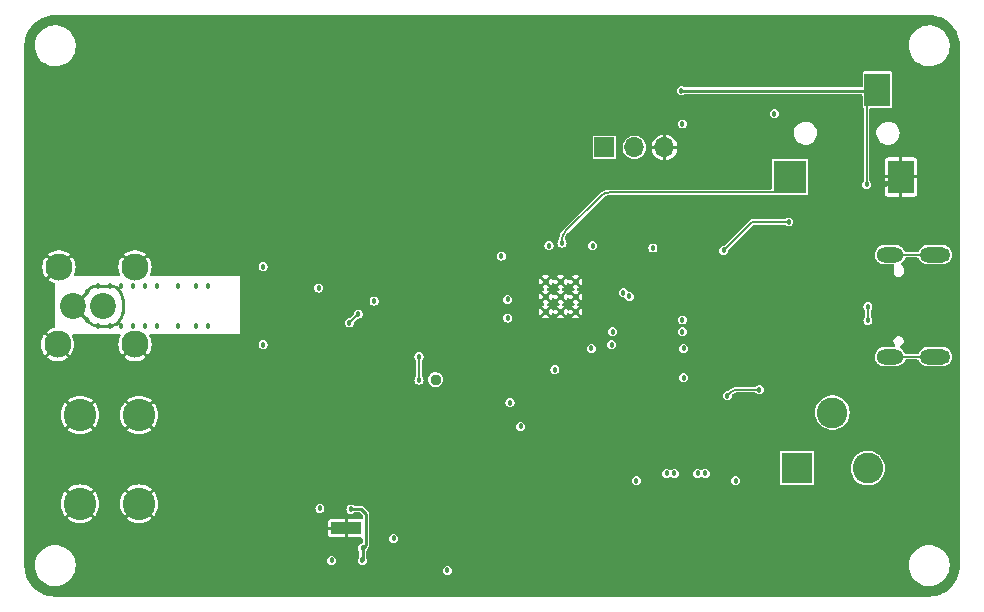
<source format=gbl>
G04 #@! TF.GenerationSoftware,KiCad,Pcbnew,7.0.6-7.0.6~ubuntu20.04.1*
G04 #@! TF.CreationDate,2023-10-16T12:06:56-07:00*
G04 #@! TF.ProjectId,harp_lick_detector_capactive,68617270-5f6c-4696-936b-5f6465746563,rev?*
G04 #@! TF.SameCoordinates,PX640a5a0PY7088980*
G04 #@! TF.FileFunction,Copper,L4,Bot*
G04 #@! TF.FilePolarity,Positive*
%FSLAX46Y46*%
G04 Gerber Fmt 4.6, Leading zero omitted, Abs format (unit mm)*
G04 Created by KiCad (PCBNEW 7.0.6-7.0.6~ubuntu20.04.1) date 2023-10-16 12:06:56*
%MOMM*%
%LPD*%
G01*
G04 APERTURE LIST*
G04 #@! TA.AperFunction,ComponentPad*
%ADD10C,2.200000*%
G04 #@! TD*
G04 #@! TA.AperFunction,ComponentPad*
%ADD11C,2.300000*%
G04 #@! TD*
G04 #@! TA.AperFunction,ComponentPad*
%ADD12R,2.600000X2.600000*%
G04 #@! TD*
G04 #@! TA.AperFunction,ComponentPad*
%ADD13C,2.600000*%
G04 #@! TD*
G04 #@! TA.AperFunction,ComponentPad*
%ADD14C,0.600000*%
G04 #@! TD*
G04 #@! TA.AperFunction,SMDPad,CuDef*
%ADD15R,2.650000X1.000000*%
G04 #@! TD*
G04 #@! TA.AperFunction,ComponentPad*
%ADD16O,2.300000X1.300000*%
G04 #@! TD*
G04 #@! TA.AperFunction,ComponentPad*
%ADD17O,2.600000X1.300000*%
G04 #@! TD*
G04 #@! TA.AperFunction,ComponentPad*
%ADD18C,2.750000*%
G04 #@! TD*
G04 #@! TA.AperFunction,ComponentPad*
%ADD19R,1.700000X1.700000*%
G04 #@! TD*
G04 #@! TA.AperFunction,ComponentPad*
%ADD20O,1.700000X1.700000*%
G04 #@! TD*
G04 #@! TA.AperFunction,ComponentPad*
%ADD21C,0.950000*%
G04 #@! TD*
G04 #@! TA.AperFunction,SMDPad,CuDef*
%ADD22R,2.200000X2.800000*%
G04 #@! TD*
G04 #@! TA.AperFunction,SMDPad,CuDef*
%ADD23R,2.800000X2.800000*%
G04 #@! TD*
G04 #@! TA.AperFunction,ViaPad*
%ADD24C,0.457200*%
G04 #@! TD*
G04 #@! TA.AperFunction,Conductor*
%ADD25C,0.152400*%
G04 #@! TD*
G04 #@! TA.AperFunction,Conductor*
%ADD26C,0.254000*%
G04 #@! TD*
G04 #@! TA.AperFunction,Conductor*
%ADD27C,0.250000*%
G04 #@! TD*
G04 APERTURE END LIST*
D10*
G04 #@! TO.P,J3,1,In*
G04 #@! TO.N,/Lick Detection Analog Front End/triax_core*
X7000000Y25000000D03*
G04 #@! TO.P,J3,2,Guard*
G04 #@! TO.N,/Lick Detection Analog Front End/triax_inner_shield*
X4460000Y25000000D03*
D11*
G04 #@! TO.P,J3,3,Shield*
G04 #@! TO.N,GND*
X3190000Y21723400D03*
X9743200Y21723400D03*
X3310000Y28276600D03*
X9743200Y28276600D03*
G04 #@! TD*
D12*
G04 #@! TO.P,J6,1*
G04 #@! TO.N,+12V*
X65800000Y11250000D03*
D13*
G04 #@! TO.P,J6,2*
G04 #@! TO.N,GND2*
X71800000Y11250000D03*
G04 #@! TO.P,J6,3*
G04 #@! TO.N,unconnected-(J6-Pad3)*
X68800000Y15950000D03*
G04 #@! TD*
D14*
G04 #@! TO.P,U11,13,PAD*
G04 #@! TO.N,GND*
X28650000Y6150000D03*
X27650000Y6150000D03*
D15*
X27650000Y6150000D03*
D14*
X26650000Y6150000D03*
G04 #@! TD*
G04 #@! TO.P,U4,57,GND*
G04 #@! TO.N,GND*
X47075000Y27037500D03*
X45800000Y27037500D03*
X44525000Y27037500D03*
X47075000Y25762500D03*
X45800000Y25762500D03*
X44525000Y25762500D03*
X47075000Y24487500D03*
X45800000Y24487500D03*
X44525000Y24487500D03*
G04 #@! TD*
D16*
G04 #@! TO.P,J5,S1,SHIELD*
G04 #@! TO.N,GND1*
X73675000Y20680000D03*
D17*
X77500000Y20680000D03*
D16*
X73675000Y29320000D03*
D17*
X77500000Y29320000D03*
G04 #@! TD*
D18*
G04 #@! TO.P,H1,1,1*
G04 #@! TO.N,GND*
X10100000Y15750000D03*
X5100000Y15750000D03*
X10100000Y8250000D03*
X5100000Y8250000D03*
G04 #@! TD*
D19*
G04 #@! TO.P,J2,1,Pin_1*
G04 #@! TO.N,/Harp Core RP2040 + Isolated USB/UART0_TXD*
X49500000Y38400000D03*
D20*
G04 #@! TO.P,J2,2,Pin_2*
G04 #@! TO.N,/Harp Core RP2040 + Isolated USB/UART0_RXD*
X52040000Y38400000D03*
G04 #@! TO.P,J2,3,Pin_3*
G04 #@! TO.N,GND*
X54580000Y38400000D03*
G04 #@! TD*
D21*
G04 #@! TO.P,TP1,1,1*
G04 #@! TO.N,Net-(R22-Pad1)*
X35200000Y18750000D03*
G04 #@! TD*
D22*
G04 #@! TO.P,J4,R*
G04 #@! TO.N,+3V3*
X72600000Y43300000D03*
G04 #@! TO.P,J4,S*
G04 #@! TO.N,GND*
X74600000Y35900000D03*
D23*
G04 #@! TO.P,J4,T*
G04 #@! TO.N,/Harp Core RP2040 + Isolated USB/HARP_CLK_SYNC*
X65200000Y35900000D03*
G04 #@! TD*
D24*
G04 #@! TO.N,GND*
X35500000Y2600000D03*
X71100000Y42500000D03*
X16800000Y21300000D03*
X59500000Y12300000D03*
X28600000Y9700000D03*
X39500000Y16800000D03*
X59500000Y38300000D03*
X16800000Y28700000D03*
X39600000Y23900000D03*
X49400000Y21400000D03*
X34800000Y4500000D03*
X78700000Y16900000D03*
X39200000Y29800000D03*
X37900000Y34100000D03*
X56200000Y20100000D03*
X36200000Y6700000D03*
X78800000Y31100000D03*
X35350000Y26050000D03*
X54200000Y28100000D03*
X54200000Y26500000D03*
X65100000Y31300000D03*
X32800000Y21800000D03*
X31900000Y34100000D03*
X50900000Y32600000D03*
X56075000Y4937500D03*
X52200000Y6000000D03*
X22800000Y21700000D03*
X27000000Y19400000D03*
X60700000Y42692500D03*
X62100000Y30000000D03*
X38600000Y14800000D03*
X38900000Y24500000D03*
X56100000Y27900000D03*
X35400000Y27800000D03*
X28900000Y34100000D03*
X56725000Y4937500D03*
X61500000Y41200000D03*
X38800000Y26900000D03*
X25300000Y28700000D03*
X24200000Y27200000D03*
X26700000Y32200000D03*
X71100000Y36700000D03*
X38900000Y25500000D03*
X29700000Y33500000D03*
X34900000Y34100000D03*
X52900000Y23100000D03*
X62900000Y3100000D03*
X39800000Y6720000D03*
X24600000Y28100000D03*
X35500000Y23380000D03*
X32900000Y6700000D03*
X22530000Y3550000D03*
X39800000Y29200000D03*
X60600000Y6000000D03*
X39600000Y20700000D03*
X73300000Y35300000D03*
X52300000Y21100000D03*
X52900000Y22100000D03*
X38600000Y33500000D03*
X58700000Y38300000D03*
X25700000Y5200000D03*
X48500000Y32600000D03*
X22800000Y28300000D03*
X56725000Y8387500D03*
X37700000Y15900000D03*
X56075000Y8387500D03*
X26100000Y31500000D03*
X55900000Y29900000D03*
X61000000Y38100000D03*
X35700000Y33500000D03*
X53300000Y12300000D03*
X32700000Y33500000D03*
X35100000Y25000000D03*
X54200000Y27100000D03*
X34600000Y26900000D03*
X42500000Y30300000D03*
G04 #@! TO.N,+3V3*
X48500000Y30100000D03*
X56100000Y23800000D03*
X56100000Y40400000D03*
X51100000Y26100000D03*
X48400000Y21400000D03*
X40780000Y29200000D03*
X41500000Y16800000D03*
X41300000Y23962500D03*
X44800000Y30100000D03*
X56200000Y21400000D03*
X51600000Y25800000D03*
X56100000Y22800000D03*
X50200000Y22800000D03*
X56000000Y43200000D03*
X42400000Y14800000D03*
X50100000Y21700000D03*
X56200000Y18900000D03*
X54775000Y10800000D03*
X52200000Y10200000D03*
X53600000Y29900000D03*
X41300000Y25550000D03*
X55425000Y10800000D03*
X71700000Y35289500D03*
X45300000Y19600000D03*
G04 #@! TO.N,GND1*
X71800000Y24921900D03*
X71800000Y23769500D03*
G04 #@! TO.N,+2V5*
X31650000Y5300000D03*
X20600000Y28300000D03*
X25300000Y26500000D03*
G04 #@! TO.N,-2V5*
X25400000Y7850000D03*
X20600000Y21700000D03*
X30000000Y25400000D03*
G04 #@! TO.N,+5V*
X60600000Y10200000D03*
X29000000Y3444500D03*
X26400000Y3450000D03*
X63875000Y41275000D03*
X28025000Y7775000D03*
X57375000Y10800000D03*
X58025000Y10800000D03*
X29028350Y4478350D03*
X36200000Y2600000D03*
G04 #@! TO.N,Net-(C30-Pad2)*
X27900914Y23553214D03*
X28648850Y24301150D03*
G04 #@! TO.N,VREF_1V65*
X33800000Y20700000D03*
X33800000Y18700000D03*
G04 #@! TO.N,/Lick Detection Analog Front End/triax_inner_shield*
X15900000Y26700000D03*
X7600000Y23300000D03*
X13400000Y26700000D03*
X9600000Y26700000D03*
X8600000Y26700000D03*
X10600000Y23300000D03*
X14900000Y26700000D03*
X11600000Y23300000D03*
X11600000Y26700000D03*
X7600000Y26700000D03*
X9600000Y23300000D03*
X6600000Y26700000D03*
X15900000Y23300000D03*
X8600000Y23300000D03*
X5700000Y26200000D03*
X10600000Y26700000D03*
X5700000Y23800000D03*
X13400000Y23300000D03*
X6600000Y23300000D03*
X14900000Y23300000D03*
G04 #@! TO.N,/Harp Core RP2040 + Isolated USB/HARP_CLK_SYNC*
X45900000Y30300000D03*
G04 #@! TO.N,Net-(U4-GPIO24)*
X62600000Y17900000D03*
X59900000Y17400000D03*
G04 #@! TO.N,Net-(U4-GPIO25)*
X59600000Y29700000D03*
X65100000Y32100000D03*
G04 #@! TD*
D25*
G04 #@! TO.N,GND*
X73300000Y35300000D02*
X73900000Y35900000D01*
X73900000Y35900000D02*
X74600000Y35900000D01*
D26*
G04 #@! TO.N,+3V3*
X72500000Y43200000D02*
X72600000Y43300000D01*
X56000000Y43200000D02*
X72500000Y43200000D01*
D25*
X71700000Y35289500D02*
X71700000Y42400000D01*
X71700000Y42400000D02*
X72600000Y43300000D01*
G04 #@! TO.N,GND1*
X77500000Y20680000D02*
X73675000Y20680000D01*
X71800000Y24921900D02*
X71800000Y23769500D01*
X77500000Y29320000D02*
X73675000Y29320000D01*
D27*
G04 #@! TO.N,+5V*
X28025000Y7775000D02*
X28925000Y7775000D01*
X29300000Y7400000D02*
X29300000Y4750000D01*
X29028350Y3472850D02*
X29000000Y3444500D01*
X29028350Y4478350D02*
X29028350Y3472850D01*
X28925000Y7775000D02*
X29300000Y7400000D01*
X29300000Y4750000D02*
X29028350Y4478350D01*
D25*
G04 #@! TO.N,Net-(C30-Pad2)*
X28648850Y24301150D02*
X27900914Y23553214D01*
G04 #@! TO.N,VREF_1V65*
X33800000Y18700000D02*
X33800000Y20700000D01*
D26*
G04 #@! TO.N,/Lick Detection Analog Front End/triax_inner_shield*
X8407107Y23707107D02*
X8146446Y23446446D01*
X8146447Y26553553D02*
X8407107Y26292893D01*
X5660000Y26200000D02*
X5700000Y26200000D01*
X4460000Y25000000D02*
X5660000Y26200000D01*
X4460000Y25000000D02*
X5660000Y23800000D01*
X8700000Y25585786D02*
X8700000Y24414214D01*
X6600000Y26700000D02*
X7600000Y26700000D01*
X5660000Y23800000D02*
X5700000Y23800000D01*
X6574214Y23300000D02*
X6600000Y23300000D01*
X7600000Y26700000D02*
X7792893Y26700000D01*
X5700000Y26240000D02*
X5867107Y26407107D01*
X5700000Y23760000D02*
X5867107Y23592893D01*
X6600000Y23300000D02*
X7600000Y23300000D01*
X5700000Y26200000D02*
X5700000Y26240000D01*
X6574214Y26700000D02*
X6600000Y26700000D01*
X7792893Y23300000D02*
X7600000Y23300000D01*
X5700000Y23800000D02*
X5700000Y23760000D01*
X5867100Y23592886D02*
G75*
G03*
X6574214Y23300000I707100J707114D01*
G01*
X8407114Y23707100D02*
G75*
G03*
X8700000Y24414214I-707114J707100D01*
G01*
X6574214Y26699990D02*
G75*
G03*
X5867107Y26407107I-14J-999990D01*
G01*
X8146450Y26553556D02*
G75*
G03*
X7792893Y26700000I-353550J-353556D01*
G01*
X7792893Y23300005D02*
G75*
G03*
X8146446Y23446446I7J499995D01*
G01*
X8699990Y25585786D02*
G75*
G03*
X8407107Y26292893I-999990J14D01*
G01*
D25*
G04 #@! TO.N,/Harp Core RP2040 + Isolated USB/HARP_CLK_SYNC*
X63900000Y34600000D02*
X65200000Y35900000D01*
X46192893Y31292893D02*
X49207107Y34307107D01*
X45900000Y30300000D02*
X45900000Y30585786D01*
X49914214Y34600000D02*
X63900000Y34600000D01*
X49914214Y34599990D02*
G75*
G03*
X49207107Y34307107I-14J-999990D01*
G01*
X46192886Y31292900D02*
G75*
G03*
X45900000Y30585786I707114J-707100D01*
G01*
G04 #@! TO.N,Net-(U4-GPIO24)*
X60814214Y17900000D02*
X62600000Y17900000D01*
X59900000Y17400000D02*
X60107107Y17607107D01*
X60814214Y17899990D02*
G75*
G03*
X60107107Y17607107I-14J-999990D01*
G01*
G04 #@! TO.N,Net-(U4-GPIO25)*
X62000000Y32100000D02*
X59600000Y29700000D01*
X65100000Y32100000D02*
X62000000Y32100000D01*
G04 #@! TD*
G04 #@! TA.AperFunction,Conductor*
G04 #@! TO.N,GND*
G36*
X77001735Y49618402D02*
G01*
X77132594Y49611054D01*
X77289712Y49602230D01*
X77296599Y49601454D01*
X77579234Y49553433D01*
X77586017Y49551885D01*
X77861495Y49472522D01*
X77868055Y49470225D01*
X77984861Y49421843D01*
X78132916Y49360517D01*
X78139173Y49357502D01*
X78390075Y49218833D01*
X78395967Y49215131D01*
X78629764Y49049243D01*
X78635205Y49044905D01*
X78848960Y48853881D01*
X78853880Y48848961D01*
X79044904Y48635206D01*
X79049242Y48629765D01*
X79215130Y48395968D01*
X79218832Y48390076D01*
X79357501Y48139174D01*
X79360521Y48132905D01*
X79470224Y47868056D01*
X79472523Y47861489D01*
X79551884Y47586018D01*
X79553432Y47579235D01*
X79601451Y47296617D01*
X79602230Y47289703D01*
X79618402Y47001737D01*
X79618500Y46998259D01*
X79618500Y3001742D01*
X79618402Y2998264D01*
X79602230Y2710298D01*
X79601451Y2703384D01*
X79553432Y2420766D01*
X79551884Y2413983D01*
X79472523Y2138512D01*
X79470224Y2131945D01*
X79360521Y1867096D01*
X79357501Y1860827D01*
X79218832Y1609925D01*
X79215130Y1604033D01*
X79049242Y1370236D01*
X79044904Y1364795D01*
X78853880Y1151040D01*
X78848960Y1146120D01*
X78635205Y955096D01*
X78629764Y950758D01*
X78395967Y784870D01*
X78390075Y781168D01*
X78139173Y642499D01*
X78132904Y639479D01*
X77868055Y529776D01*
X77861488Y527477D01*
X77586017Y448116D01*
X77579234Y446568D01*
X77296616Y398549D01*
X77289702Y397770D01*
X77001736Y381598D01*
X76998258Y381500D01*
X3001742Y381500D01*
X2998265Y381598D01*
X2710297Y397770D01*
X2703385Y398549D01*
X2663072Y405399D01*
X2420765Y446568D01*
X2413982Y448116D01*
X2138511Y527477D01*
X2131944Y529776D01*
X1908491Y622333D01*
X1867091Y639481D01*
X1860826Y642499D01*
X1609924Y781168D01*
X1604032Y784870D01*
X1370235Y950758D01*
X1364794Y955096D01*
X1151039Y1146120D01*
X1146119Y1151040D01*
X955095Y1364795D01*
X950757Y1370236D01*
X784869Y1604033D01*
X781167Y1609925D01*
X642498Y1860827D01*
X639483Y1867084D01*
X560309Y2058228D01*
X529775Y2131945D01*
X527476Y2138512D01*
X517740Y2172306D01*
X448115Y2413983D01*
X446567Y2420766D01*
X398546Y2703401D01*
X397770Y2710288D01*
X382272Y2986255D01*
X381598Y2998265D01*
X381500Y3001742D01*
X381500Y3066363D01*
X1268687Y3066363D01*
X1278846Y2801301D01*
X1329350Y2540894D01*
X1419009Y2291257D01*
X1419012Y2291250D01*
X1545726Y2058228D01*
X1545729Y2058223D01*
X1706530Y1847272D01*
X1706534Y1847267D01*
X1897657Y1663330D01*
X2114617Y1510723D01*
X2352331Y1393024D01*
X2605225Y1312991D01*
X2867372Y1272500D01*
X2867376Y1272500D01*
X3066219Y1272500D01*
X3066220Y1272500D01*
X3264478Y1287721D01*
X3522756Y1348161D01*
X3577528Y1370236D01*
X3768774Y1447314D01*
X3768779Y1447317D01*
X3768782Y1447318D01*
X3996788Y1582869D01*
X4201430Y1751636D01*
X4377912Y1949664D01*
X4448215Y2058224D01*
X4522094Y2172306D01*
X4522094Y2172308D01*
X4522096Y2172310D01*
X4630604Y2414357D01*
X4681619Y2599998D01*
X35813745Y2599998D01*
X35832648Y2480644D01*
X35887511Y2372967D01*
X35972966Y2287512D01*
X36080643Y2232649D01*
X36199998Y2213745D01*
X36200000Y2213745D01*
X36200002Y2213745D01*
X36319356Y2232649D01*
X36319357Y2232650D01*
X36319359Y2232650D01*
X36427035Y2287513D01*
X36512487Y2372965D01*
X36567350Y2480641D01*
X36567350Y2480643D01*
X36567351Y2480644D01*
X36586255Y2599998D01*
X36586255Y2600003D01*
X36567351Y2719357D01*
X36512488Y2827034D01*
X36427033Y2912489D01*
X36319356Y2967352D01*
X36200002Y2986255D01*
X36199998Y2986255D01*
X36080643Y2967352D01*
X35972966Y2912489D01*
X35887511Y2827034D01*
X35832648Y2719357D01*
X35813745Y2600003D01*
X35813745Y2599998D01*
X4681619Y2599998D01*
X4700892Y2670131D01*
X4731313Y2933637D01*
X4721153Y3198699D01*
X4716446Y3222967D01*
X4695563Y3330644D01*
X4672416Y3449998D01*
X26013744Y3449998D01*
X26032648Y3330644D01*
X26087511Y3222967D01*
X26172966Y3137512D01*
X26280643Y3082649D01*
X26399998Y3063745D01*
X26400000Y3063745D01*
X26400002Y3063745D01*
X26519356Y3082649D01*
X26519357Y3082650D01*
X26519359Y3082650D01*
X26627035Y3137513D01*
X26712487Y3222965D01*
X26767350Y3330641D01*
X26767350Y3330643D01*
X26767351Y3330644D01*
X26786255Y3449998D01*
X26786255Y3450003D01*
X26767351Y3569357D01*
X26712488Y3677034D01*
X26627033Y3762489D01*
X26519356Y3817352D01*
X26400002Y3836255D01*
X26399998Y3836255D01*
X26280643Y3817352D01*
X26172966Y3762489D01*
X26087511Y3677034D01*
X26032648Y3569357D01*
X26013744Y3450003D01*
X26013744Y3449998D01*
X4672416Y3449998D01*
X4670650Y3459103D01*
X4633027Y3563856D01*
X4580990Y3708744D01*
X4580987Y3708751D01*
X4454273Y3941773D01*
X4454270Y3941778D01*
X4293469Y4152729D01*
X4293466Y4152733D01*
X4102343Y4336670D01*
X4070611Y4358990D01*
X3885382Y4489278D01*
X3647670Y4606976D01*
X3647667Y4606977D01*
X3394777Y4687009D01*
X3275805Y4705385D01*
X3132628Y4727500D01*
X2933780Y4727500D01*
X2735522Y4712279D01*
X2735518Y4712279D01*
X2477246Y4651840D01*
X2477236Y4651837D01*
X2231225Y4552687D01*
X2231216Y4552682D01*
X2003213Y4417132D01*
X1802150Y4251316D01*
X1798570Y4248364D01*
X1793143Y4242274D01*
X1622088Y4050337D01*
X1622081Y4050328D01*
X1477905Y3827695D01*
X1477904Y3827691D01*
X1369395Y3585643D01*
X1299108Y3329872D01*
X1268687Y3066363D01*
X381500Y3066363D01*
X381500Y6277000D01*
X26071000Y6277000D01*
X26564869Y6277000D01*
X26515514Y6227646D01*
X26494709Y6150000D01*
X26515514Y6072355D01*
X26564869Y6023000D01*
X26071001Y6023000D01*
X26071001Y5624986D01*
X26085737Y5550894D01*
X26085738Y5550891D01*
X26141876Y5466877D01*
X26225895Y5410737D01*
X26225896Y5410736D01*
X26299980Y5396001D01*
X27522999Y5396001D01*
X27523000Y5396002D01*
X27523000Y6023000D01*
X26735131Y6023000D01*
X26784486Y6072354D01*
X26805291Y6150000D01*
X27494709Y6150000D01*
X27515514Y6072355D01*
X27572355Y6015514D01*
X27630254Y6000000D01*
X27669746Y6000000D01*
X27727645Y6015514D01*
X27776999Y6064869D01*
X27777000Y5396001D01*
X28898100Y5396001D01*
X28965139Y5376316D01*
X29010894Y5323512D01*
X29022100Y5272001D01*
X29022100Y4969522D01*
X29002415Y4902483D01*
X28949611Y4856728D01*
X28917504Y4847050D01*
X28908996Y4845703D01*
X28908994Y4845702D01*
X28801316Y4790839D01*
X28715861Y4705384D01*
X28660998Y4597707D01*
X28642095Y4478353D01*
X28642095Y4478348D01*
X28660998Y4358994D01*
X28715862Y4251316D01*
X28721596Y4243424D01*
X28720013Y4242274D01*
X28747615Y4191725D01*
X28750449Y4165367D01*
X28750450Y3785835D01*
X28730766Y3718796D01*
X28714133Y3698155D01*
X28687510Y3671532D01*
X28632648Y3563857D01*
X28613744Y3444503D01*
X28613744Y3444498D01*
X28632648Y3325144D01*
X28687511Y3217467D01*
X28772966Y3132012D01*
X28880643Y3077149D01*
X28999998Y3058245D01*
X29000000Y3058245D01*
X29000002Y3058245D01*
X29051257Y3066363D01*
X75268687Y3066363D01*
X75278846Y2801301D01*
X75329350Y2540894D01*
X75419009Y2291257D01*
X75419012Y2291250D01*
X75545726Y2058228D01*
X75545729Y2058223D01*
X75706530Y1847272D01*
X75706534Y1847267D01*
X75897657Y1663330D01*
X76114617Y1510723D01*
X76352331Y1393024D01*
X76605225Y1312991D01*
X76867372Y1272500D01*
X76867376Y1272500D01*
X77066219Y1272500D01*
X77066220Y1272500D01*
X77264478Y1287721D01*
X77522756Y1348161D01*
X77577528Y1370236D01*
X77768774Y1447314D01*
X77768779Y1447317D01*
X77768782Y1447318D01*
X77996788Y1582869D01*
X78201430Y1751636D01*
X78377912Y1949664D01*
X78448215Y2058224D01*
X78522094Y2172306D01*
X78522094Y2172308D01*
X78522096Y2172310D01*
X78630604Y2414357D01*
X78700892Y2670131D01*
X78731313Y2933637D01*
X78721153Y3198699D01*
X78716446Y3222967D01*
X78695563Y3330644D01*
X78670650Y3459103D01*
X78633027Y3563856D01*
X78580990Y3708744D01*
X78580987Y3708751D01*
X78454273Y3941773D01*
X78454270Y3941778D01*
X78293469Y4152729D01*
X78293466Y4152733D01*
X78102343Y4336670D01*
X78070611Y4358990D01*
X77885382Y4489278D01*
X77647670Y4606976D01*
X77647667Y4606977D01*
X77394777Y4687009D01*
X77275805Y4705385D01*
X77132628Y4727500D01*
X76933780Y4727500D01*
X76735522Y4712279D01*
X76735518Y4712279D01*
X76477246Y4651840D01*
X76477236Y4651837D01*
X76231225Y4552687D01*
X76231216Y4552682D01*
X76003213Y4417132D01*
X75802150Y4251316D01*
X75798570Y4248364D01*
X75793143Y4242274D01*
X75622088Y4050337D01*
X75622081Y4050328D01*
X75477905Y3827695D01*
X75477904Y3827691D01*
X75369395Y3585643D01*
X75299108Y3329872D01*
X75268687Y3066363D01*
X29051257Y3066363D01*
X29119356Y3077149D01*
X29119357Y3077150D01*
X29119359Y3077150D01*
X29227035Y3132013D01*
X29312487Y3217465D01*
X29367350Y3325141D01*
X29367350Y3325143D01*
X29367351Y3325144D01*
X29386255Y3444498D01*
X29386255Y3444503D01*
X29367351Y3563856D01*
X29367350Y3563858D01*
X29367350Y3563859D01*
X29344135Y3609420D01*
X29319764Y3657254D01*
X29306250Y3713547D01*
X29306250Y4165366D01*
X29325935Y4232405D01*
X29337748Y4247065D01*
X29340832Y4251311D01*
X29340837Y4251315D01*
X29395700Y4358991D01*
X29407030Y4430533D01*
X29436958Y4493664D01*
X29441812Y4498804D01*
X29455182Y4512174D01*
X29461664Y4517814D01*
X29470364Y4524385D01*
X29470373Y4524389D01*
X29500116Y4557017D01*
X29502023Y4559015D01*
X29514715Y4571705D01*
X29515927Y4573476D01*
X29521271Y4580223D01*
X29540368Y4601170D01*
X29542290Y4606133D01*
X29555616Y4631415D01*
X29558625Y4635806D01*
X29565118Y4663417D01*
X29567654Y4671605D01*
X29577900Y4698051D01*
X29577900Y4703374D01*
X29581194Y4731765D01*
X29582412Y4736943D01*
X29578494Y4765025D01*
X29577900Y4773598D01*
X29577900Y5299998D01*
X31263745Y5299998D01*
X31282648Y5180644D01*
X31337511Y5072967D01*
X31422966Y4987512D01*
X31530643Y4932649D01*
X31649998Y4913745D01*
X31650000Y4913745D01*
X31650002Y4913745D01*
X31769356Y4932649D01*
X31769357Y4932650D01*
X31769359Y4932650D01*
X31877035Y4987513D01*
X31962487Y5072965D01*
X32017350Y5180641D01*
X32017350Y5180643D01*
X32017351Y5180644D01*
X32036255Y5299998D01*
X32036255Y5300003D01*
X32017351Y5419357D01*
X31962488Y5527034D01*
X31877033Y5612489D01*
X31769356Y5667352D01*
X31650002Y5686255D01*
X31649998Y5686255D01*
X31530643Y5667352D01*
X31422966Y5612489D01*
X31337511Y5527034D01*
X31282648Y5419357D01*
X31263745Y5300003D01*
X31263745Y5299998D01*
X29577900Y5299998D01*
X29577900Y7341558D01*
X29578495Y7350134D01*
X29580001Y7360936D01*
X29580003Y7360941D01*
X29577966Y7405000D01*
X29577900Y7407863D01*
X29577900Y7425751D01*
X29577900Y7425753D01*
X29577503Y7427872D01*
X29576513Y7436410D01*
X29575386Y7460781D01*
X29575204Y7464727D01*
X29573052Y7469599D01*
X29564600Y7496896D01*
X29563623Y7502128D01*
X29548688Y7526248D01*
X29544694Y7533824D01*
X29533238Y7559772D01*
X29529474Y7563536D01*
X29511728Y7585940D01*
X29508928Y7590463D01*
X29486298Y7607552D01*
X29479816Y7613194D01*
X29162831Y7930179D01*
X29157187Y7936665D01*
X29150610Y7945374D01*
X29118018Y7975086D01*
X29115946Y7977064D01*
X29103293Y7989717D01*
X29101512Y7990937D01*
X29094777Y7996273D01*
X29073830Y8015368D01*
X29068862Y8017293D01*
X29043588Y8030615D01*
X29039194Y8033625D01*
X29039193Y8033626D01*
X29039192Y8033626D01*
X29011591Y8040119D01*
X29003383Y8042661D01*
X28976950Y8052900D01*
X28976949Y8052900D01*
X28971626Y8052900D01*
X28943236Y8056194D01*
X28938057Y8057412D01*
X28909975Y8053495D01*
X28901402Y8052900D01*
X28337984Y8052900D01*
X28270945Y8072585D01*
X28256271Y8084410D01*
X28252034Y8087488D01*
X28144356Y8142352D01*
X28025002Y8161255D01*
X28024998Y8161255D01*
X27905643Y8142352D01*
X27797966Y8087489D01*
X27712511Y8002034D01*
X27657648Y7894357D01*
X27638744Y7775003D01*
X27638744Y7774998D01*
X27657648Y7655644D01*
X27712511Y7547967D01*
X27797966Y7462512D01*
X27905643Y7407649D01*
X28024998Y7388745D01*
X28025000Y7388745D01*
X28025002Y7388745D01*
X28144356Y7407649D01*
X28144357Y7407650D01*
X28144359Y7407650D01*
X28252035Y7462513D01*
X28252037Y7462516D01*
X28259926Y7468246D01*
X28261075Y7466664D01*
X28311626Y7494266D01*
X28337984Y7497100D01*
X28758529Y7497100D01*
X28825568Y7477415D01*
X28846210Y7460781D01*
X28985780Y7321211D01*
X29019265Y7259888D01*
X29022099Y7233531D01*
X29022100Y7028001D01*
X29002416Y6960961D01*
X28949612Y6915206D01*
X28898100Y6904000D01*
X27777000Y6904000D01*
X27776999Y6235132D01*
X27727645Y6284486D01*
X27669746Y6300000D01*
X27630254Y6300000D01*
X27572355Y6284486D01*
X27515514Y6227646D01*
X27494709Y6150000D01*
X26805291Y6150000D01*
X26784486Y6227645D01*
X26735131Y6277000D01*
X27523000Y6277000D01*
X27523000Y6904000D01*
X26299985Y6904000D01*
X26225893Y6889263D01*
X26225890Y6889262D01*
X26141876Y6833124D01*
X26085736Y6749105D01*
X26085735Y6749104D01*
X26071000Y6675022D01*
X26071000Y6277000D01*
X381500Y6277000D01*
X381500Y8250000D01*
X3465963Y8250000D01*
X3486081Y7994377D01*
X3545938Y7745053D01*
X3644061Y7508163D01*
X3778032Y7289542D01*
X3778033Y7289540D01*
X3861826Y7191432D01*
X4362193Y7691800D01*
X4408805Y7627645D01*
X4539536Y7509934D01*
X4041430Y7011828D01*
X4139539Y6928034D01*
X4139541Y6928033D01*
X4358162Y6794062D01*
X4595052Y6695939D01*
X4844376Y6636082D01*
X5099999Y6615964D01*
X5355623Y6636082D01*
X5604947Y6695939D01*
X5841837Y6794062D01*
X6060458Y6928033D01*
X6060459Y6928034D01*
X6158568Y7011828D01*
X5660462Y7509933D01*
X5791195Y7627645D01*
X5837805Y7691799D01*
X6338172Y7191432D01*
X6421966Y7289541D01*
X6421967Y7289542D01*
X6555938Y7508163D01*
X6654061Y7745053D01*
X6713918Y7994377D01*
X6734036Y8250000D01*
X8465963Y8250000D01*
X8486081Y7994377D01*
X8545938Y7745053D01*
X8644061Y7508163D01*
X8778032Y7289542D01*
X8778033Y7289540D01*
X8861826Y7191432D01*
X9362193Y7691800D01*
X9408805Y7627645D01*
X9539536Y7509934D01*
X9041430Y7011828D01*
X9139539Y6928034D01*
X9139541Y6928033D01*
X9358162Y6794062D01*
X9595052Y6695939D01*
X9844376Y6636082D01*
X10100000Y6615964D01*
X10355623Y6636082D01*
X10604947Y6695939D01*
X10841837Y6794062D01*
X11060458Y6928033D01*
X11060459Y6928034D01*
X11158568Y7011828D01*
X10660462Y7509933D01*
X10791195Y7627645D01*
X10837805Y7691799D01*
X11338172Y7191432D01*
X11421966Y7289541D01*
X11421967Y7289542D01*
X11555938Y7508163D01*
X11654061Y7745053D01*
X11679256Y7849998D01*
X25013744Y7849998D01*
X25032648Y7730644D01*
X25087511Y7622967D01*
X25172966Y7537512D01*
X25280643Y7482649D01*
X25399998Y7463745D01*
X25400000Y7463745D01*
X25400002Y7463745D01*
X25519356Y7482649D01*
X25519357Y7482650D01*
X25519359Y7482650D01*
X25627035Y7537513D01*
X25712487Y7622965D01*
X25767350Y7730641D01*
X25767350Y7730643D01*
X25767351Y7730644D01*
X25786255Y7849998D01*
X25786255Y7850003D01*
X25767351Y7969357D01*
X25712488Y8077034D01*
X25627033Y8162489D01*
X25519356Y8217352D01*
X25400002Y8236255D01*
X25399998Y8236255D01*
X25280643Y8217352D01*
X25172966Y8162489D01*
X25087511Y8077034D01*
X25032648Y7969357D01*
X25013744Y7850003D01*
X25013744Y7849998D01*
X11679256Y7849998D01*
X11713918Y7994377D01*
X11734036Y8250000D01*
X11713918Y8505624D01*
X11654061Y8754948D01*
X11555938Y8991838D01*
X11421967Y9210459D01*
X11421966Y9210461D01*
X11338172Y9308570D01*
X10837804Y8808202D01*
X10791195Y8872355D01*
X10660462Y8990068D01*
X11158568Y9488174D01*
X11060460Y9571967D01*
X11060458Y9571968D01*
X10841837Y9705939D01*
X10604947Y9804062D01*
X10355623Y9863919D01*
X10100000Y9884037D01*
X9844376Y9863919D01*
X9595052Y9804062D01*
X9358162Y9705939D01*
X9139539Y9571966D01*
X9139534Y9571963D01*
X9041430Y9488174D01*
X9539537Y8990068D01*
X9408805Y8872355D01*
X9362194Y8808202D01*
X8861826Y9308570D01*
X8778037Y9210466D01*
X8778034Y9210461D01*
X8644061Y8991838D01*
X8545938Y8754948D01*
X8486081Y8505624D01*
X8465963Y8250000D01*
X6734036Y8250000D01*
X6713918Y8505624D01*
X6654061Y8754948D01*
X6555938Y8991838D01*
X6421967Y9210459D01*
X6421966Y9210461D01*
X6338172Y9308570D01*
X5837804Y8808203D01*
X5791195Y8872355D01*
X5660461Y8990068D01*
X6158568Y9488174D01*
X6060460Y9571967D01*
X6060458Y9571968D01*
X5841837Y9705939D01*
X5604947Y9804062D01*
X5355623Y9863919D01*
X5100000Y9884037D01*
X4844376Y9863919D01*
X4595052Y9804062D01*
X4358162Y9705939D01*
X4139539Y9571966D01*
X4139534Y9571963D01*
X4041430Y9488174D01*
X4539536Y8990067D01*
X4408805Y8872355D01*
X4362194Y8808202D01*
X3861826Y9308570D01*
X3778037Y9210466D01*
X3778034Y9210461D01*
X3644061Y8991838D01*
X3545938Y8754948D01*
X3486081Y8505624D01*
X3465963Y8250000D01*
X381500Y8250000D01*
X381500Y10199998D01*
X51813745Y10199998D01*
X51832648Y10080644D01*
X51887511Y9972967D01*
X51972966Y9887512D01*
X52080643Y9832649D01*
X52199998Y9813745D01*
X52200000Y9813745D01*
X52200002Y9813745D01*
X52319356Y9832649D01*
X52319357Y9832650D01*
X52319359Y9832650D01*
X52427035Y9887513D01*
X52512487Y9972965D01*
X52567350Y10080641D01*
X52567350Y10080643D01*
X52567351Y10080644D01*
X52586255Y10199998D01*
X60213745Y10199998D01*
X60232648Y10080644D01*
X60287511Y9972967D01*
X60372966Y9887512D01*
X60480643Y9832649D01*
X60599998Y9813745D01*
X60600000Y9813745D01*
X60600002Y9813745D01*
X60719356Y9832649D01*
X60719357Y9832650D01*
X60719359Y9832650D01*
X60827035Y9887513D01*
X60874468Y9934946D01*
X64347100Y9934946D01*
X64355972Y9890342D01*
X64355973Y9890339D01*
X64373627Y9863919D01*
X64389766Y9839766D01*
X64440342Y9805972D01*
X64440343Y9805972D01*
X64440345Y9805971D01*
X64462642Y9801536D01*
X64484943Y9797100D01*
X67115056Y9797101D01*
X67159658Y9805972D01*
X67210234Y9839766D01*
X67244028Y9890342D01*
X67252900Y9934943D01*
X67252900Y11249995D01*
X70342121Y11249995D01*
X70362004Y11010045D01*
X70421113Y10776627D01*
X70512910Y10567350D01*
X70517834Y10556126D01*
X70649529Y10354552D01*
X70812605Y10177404D01*
X70812608Y10177402D01*
X70812611Y10177399D01*
X71002607Y10029519D01*
X71002613Y10029515D01*
X71002616Y10029513D01*
X71214377Y9914913D01*
X71442112Y9836732D01*
X71679609Y9797100D01*
X71679610Y9797100D01*
X71920390Y9797100D01*
X71920391Y9797100D01*
X72157888Y9836732D01*
X72385623Y9914913D01*
X72597384Y10029513D01*
X72787395Y10177404D01*
X72950471Y10354552D01*
X73082166Y10556126D01*
X73178887Y10776627D01*
X73237995Y11010041D01*
X73251030Y11167350D01*
X73257879Y11249995D01*
X73257879Y11250006D01*
X73237995Y11489956D01*
X73237995Y11489959D01*
X73178887Y11723373D01*
X73082166Y11943874D01*
X72950471Y12145448D01*
X72787395Y12322596D01*
X72787390Y12322600D01*
X72787388Y12322602D01*
X72597392Y12470482D01*
X72597386Y12470486D01*
X72385624Y12585087D01*
X72385619Y12585089D01*
X72157890Y12663268D01*
X71973545Y12694030D01*
X71920391Y12702900D01*
X71679609Y12702900D01*
X71626455Y12694030D01*
X71442109Y12663268D01*
X71214380Y12585089D01*
X71214375Y12585087D01*
X71002613Y12470486D01*
X71002607Y12470482D01*
X70812611Y12322602D01*
X70812608Y12322599D01*
X70649529Y12145448D01*
X70517832Y11943871D01*
X70421113Y11723374D01*
X70362004Y11489956D01*
X70342121Y11250006D01*
X70342121Y11249995D01*
X67252900Y11249995D01*
X67252899Y12565056D01*
X67244028Y12609658D01*
X67244026Y12609660D01*
X67244026Y12609662D01*
X67210234Y12660234D01*
X67159659Y12694027D01*
X67159658Y12694028D01*
X67159657Y12694029D01*
X67159656Y12694029D01*
X67159654Y12694030D01*
X67115059Y12702900D01*
X64484945Y12702900D01*
X64440341Y12694028D01*
X64440338Y12694027D01*
X64389766Y12660235D01*
X64355971Y12609657D01*
X64355970Y12609655D01*
X64347100Y12565060D01*
X64347100Y9934946D01*
X60874468Y9934946D01*
X60912487Y9972965D01*
X60967350Y10080641D01*
X60967350Y10080643D01*
X60967351Y10080644D01*
X60986255Y10199998D01*
X60986255Y10200003D01*
X60967351Y10319357D01*
X60912488Y10427034D01*
X60827033Y10512489D01*
X60719356Y10567352D01*
X60600002Y10586255D01*
X60599998Y10586255D01*
X60480643Y10567352D01*
X60372966Y10512489D01*
X60287511Y10427034D01*
X60232648Y10319357D01*
X60213745Y10200003D01*
X60213745Y10199998D01*
X52586255Y10199998D01*
X52586255Y10200003D01*
X52567351Y10319357D01*
X52512488Y10427034D01*
X52427033Y10512489D01*
X52319356Y10567352D01*
X52200002Y10586255D01*
X52199998Y10586255D01*
X52080643Y10567352D01*
X51972966Y10512489D01*
X51887511Y10427034D01*
X51832648Y10319357D01*
X51813745Y10200003D01*
X51813745Y10199998D01*
X381500Y10199998D01*
X381500Y10799998D01*
X54388745Y10799998D01*
X54407648Y10680644D01*
X54462511Y10572967D01*
X54547966Y10487512D01*
X54655643Y10432649D01*
X54774998Y10413745D01*
X54775000Y10413745D01*
X54775002Y10413745D01*
X54894356Y10432649D01*
X54894357Y10432650D01*
X54894359Y10432650D01*
X55002035Y10487513D01*
X55012320Y10497799D01*
X55073638Y10531282D01*
X55143330Y10526300D01*
X55187678Y10497800D01*
X55197965Y10487513D01*
X55197969Y10487511D01*
X55305643Y10432649D01*
X55424998Y10413745D01*
X55425000Y10413745D01*
X55425002Y10413745D01*
X55544356Y10432649D01*
X55544357Y10432650D01*
X55544359Y10432650D01*
X55652035Y10487513D01*
X55737487Y10572965D01*
X55792350Y10680641D01*
X55792350Y10680643D01*
X55792351Y10680644D01*
X55811255Y10799998D01*
X56988745Y10799998D01*
X57007648Y10680644D01*
X57062511Y10572967D01*
X57147966Y10487512D01*
X57255643Y10432649D01*
X57374998Y10413745D01*
X57375000Y10413745D01*
X57375002Y10413745D01*
X57494356Y10432649D01*
X57494357Y10432650D01*
X57494359Y10432650D01*
X57602035Y10487513D01*
X57612318Y10497797D01*
X57673642Y10531282D01*
X57743334Y10526298D01*
X57787681Y10497797D01*
X57797966Y10487512D01*
X57905643Y10432649D01*
X58024998Y10413745D01*
X58025000Y10413745D01*
X58025002Y10413745D01*
X58144356Y10432649D01*
X58144357Y10432650D01*
X58144359Y10432650D01*
X58252035Y10487513D01*
X58337487Y10572965D01*
X58392350Y10680641D01*
X58392350Y10680643D01*
X58392351Y10680644D01*
X58411255Y10799998D01*
X58411255Y10800003D01*
X58392351Y10919357D01*
X58337488Y11027034D01*
X58252033Y11112489D01*
X58144356Y11167352D01*
X58025002Y11186255D01*
X58024998Y11186255D01*
X57905643Y11167352D01*
X57797967Y11112490D01*
X57787679Y11102201D01*
X57726355Y11068718D01*
X57656663Y11073704D01*
X57612321Y11102201D01*
X57602032Y11112490D01*
X57494356Y11167352D01*
X57375002Y11186255D01*
X57374998Y11186255D01*
X57255643Y11167352D01*
X57147966Y11112489D01*
X57062511Y11027034D01*
X57007648Y10919357D01*
X56988745Y10800003D01*
X56988745Y10799998D01*
X55811255Y10799998D01*
X55811255Y10800003D01*
X55792351Y10919357D01*
X55737488Y11027034D01*
X55652033Y11112489D01*
X55544356Y11167352D01*
X55425002Y11186255D01*
X55424998Y11186255D01*
X55305643Y11167352D01*
X55197967Y11112490D01*
X55187679Y11102201D01*
X55126355Y11068718D01*
X55056663Y11073704D01*
X55012321Y11102201D01*
X55002032Y11112490D01*
X54894356Y11167352D01*
X54775002Y11186255D01*
X54774998Y11186255D01*
X54655643Y11167352D01*
X54547966Y11112489D01*
X54462511Y11027034D01*
X54407648Y10919357D01*
X54388745Y10800003D01*
X54388745Y10799998D01*
X381500Y10799998D01*
X381500Y15750000D01*
X3465963Y15750000D01*
X3486081Y15494377D01*
X3545938Y15245053D01*
X3644061Y15008163D01*
X3778032Y14789542D01*
X3778033Y14789540D01*
X3861826Y14691432D01*
X4362193Y15191800D01*
X4408805Y15127645D01*
X4539536Y15009934D01*
X4041430Y14511828D01*
X4139539Y14428034D01*
X4139541Y14428033D01*
X4358162Y14294062D01*
X4595052Y14195939D01*
X4844376Y14136082D01*
X5100000Y14115964D01*
X5355623Y14136082D01*
X5604947Y14195939D01*
X5841837Y14294062D01*
X6060458Y14428033D01*
X6060459Y14428034D01*
X6158568Y14511828D01*
X5660462Y15009933D01*
X5791195Y15127645D01*
X5837805Y15191799D01*
X6338172Y14691432D01*
X6421966Y14789541D01*
X6421967Y14789542D01*
X6555938Y15008163D01*
X6654061Y15245053D01*
X6713918Y15494377D01*
X6734036Y15750000D01*
X8465963Y15750000D01*
X8486081Y15494377D01*
X8545938Y15245053D01*
X8644061Y15008163D01*
X8778032Y14789542D01*
X8778033Y14789540D01*
X8861826Y14691432D01*
X9362193Y15191800D01*
X9408805Y15127645D01*
X9539536Y15009934D01*
X9041430Y14511828D01*
X9139539Y14428034D01*
X9139541Y14428033D01*
X9358162Y14294062D01*
X9595052Y14195939D01*
X9844376Y14136082D01*
X10100000Y14115964D01*
X10355623Y14136082D01*
X10604947Y14195939D01*
X10841837Y14294062D01*
X11060458Y14428033D01*
X11060459Y14428034D01*
X11158568Y14511828D01*
X10660462Y15009933D01*
X10791195Y15127645D01*
X10837805Y15191799D01*
X11338172Y14691432D01*
X11421966Y14789541D01*
X11421967Y14789542D01*
X11428374Y14799998D01*
X42013745Y14799998D01*
X42032648Y14680644D01*
X42087511Y14572967D01*
X42172966Y14487512D01*
X42280643Y14432649D01*
X42399998Y14413745D01*
X42400000Y14413745D01*
X42400002Y14413745D01*
X42519356Y14432649D01*
X42519357Y14432650D01*
X42519359Y14432650D01*
X42627035Y14487513D01*
X42712487Y14572965D01*
X42767350Y14680641D01*
X42767350Y14680643D01*
X42767351Y14680644D01*
X42786255Y14799998D01*
X42786255Y14800003D01*
X42767351Y14919357D01*
X42712488Y15027034D01*
X42627033Y15112489D01*
X42519356Y15167352D01*
X42400002Y15186255D01*
X42399998Y15186255D01*
X42280643Y15167352D01*
X42172966Y15112489D01*
X42087511Y15027034D01*
X42032648Y14919357D01*
X42013745Y14800003D01*
X42013745Y14799998D01*
X11428374Y14799998D01*
X11555938Y15008163D01*
X11654061Y15245053D01*
X11713918Y15494377D01*
X11734036Y15750000D01*
X11718296Y15949995D01*
X67342121Y15949995D01*
X67362004Y15710045D01*
X67421113Y15476627D01*
X67505189Y15284952D01*
X67517834Y15256126D01*
X67649529Y15054552D01*
X67812605Y14877404D01*
X67812608Y14877402D01*
X67812611Y14877399D01*
X68002607Y14729519D01*
X68002613Y14729515D01*
X68002616Y14729513D01*
X68214377Y14614913D01*
X68442112Y14536732D01*
X68679609Y14497100D01*
X68679610Y14497100D01*
X68920390Y14497100D01*
X68920391Y14497100D01*
X69157888Y14536732D01*
X69385623Y14614913D01*
X69597384Y14729513D01*
X69787395Y14877404D01*
X69950471Y15054552D01*
X70082166Y15256126D01*
X70178887Y15476627D01*
X70237995Y15710041D01*
X70257879Y15950000D01*
X70250635Y16037415D01*
X70237995Y16189956D01*
X70237995Y16189959D01*
X70178887Y16423373D01*
X70082166Y16643874D01*
X69950471Y16845448D01*
X69787395Y17022596D01*
X69787390Y17022600D01*
X69787388Y17022602D01*
X69597392Y17170482D01*
X69597386Y17170486D01*
X69385624Y17285087D01*
X69385619Y17285089D01*
X69157890Y17363268D01*
X68934563Y17400535D01*
X68920391Y17402900D01*
X68679609Y17402900D01*
X68665437Y17400535D01*
X68442109Y17363268D01*
X68214380Y17285089D01*
X68214375Y17285087D01*
X68002613Y17170486D01*
X68002607Y17170482D01*
X67812611Y17022602D01*
X67812608Y17022599D01*
X67812605Y17022597D01*
X67812605Y17022596D01*
X67717569Y16919359D01*
X67649529Y16845448D01*
X67517832Y16643871D01*
X67421113Y16423374D01*
X67362004Y16189956D01*
X67342121Y15950006D01*
X67342121Y15949995D01*
X11718296Y15949995D01*
X11713918Y16005624D01*
X11654061Y16254948D01*
X11555938Y16491838D01*
X11421967Y16710459D01*
X11421966Y16710461D01*
X11345493Y16799998D01*
X41113745Y16799998D01*
X41132648Y16680644D01*
X41187511Y16572967D01*
X41272966Y16487512D01*
X41380643Y16432649D01*
X41499998Y16413745D01*
X41500000Y16413745D01*
X41500002Y16413745D01*
X41619356Y16432649D01*
X41619357Y16432650D01*
X41619359Y16432650D01*
X41727035Y16487513D01*
X41812487Y16572965D01*
X41867350Y16680641D01*
X41867350Y16680643D01*
X41867351Y16680644D01*
X41886255Y16799998D01*
X41886255Y16800003D01*
X41867351Y16919357D01*
X41812488Y17027034D01*
X41727033Y17112489D01*
X41619356Y17167352D01*
X41500002Y17186255D01*
X41499998Y17186255D01*
X41380643Y17167352D01*
X41272966Y17112489D01*
X41187511Y17027034D01*
X41132648Y16919357D01*
X41113745Y16800003D01*
X41113745Y16799998D01*
X11345493Y16799998D01*
X11338172Y16808570D01*
X10837804Y16308202D01*
X10791195Y16372355D01*
X10660462Y16490068D01*
X11158568Y16988174D01*
X11060460Y17071967D01*
X11060458Y17071968D01*
X10841837Y17205939D01*
X10604947Y17304062D01*
X10355623Y17363919D01*
X10100000Y17384037D01*
X9844376Y17363919D01*
X9595052Y17304062D01*
X9358162Y17205939D01*
X9139539Y17071966D01*
X9139534Y17071963D01*
X9041430Y16988174D01*
X9539537Y16490068D01*
X9408805Y16372355D01*
X9362194Y16308202D01*
X8861826Y16808570D01*
X8778037Y16710466D01*
X8778034Y16710461D01*
X8644061Y16491838D01*
X8545938Y16254948D01*
X8486081Y16005624D01*
X8465963Y15750000D01*
X6734036Y15750000D01*
X6713918Y16005624D01*
X6654061Y16254948D01*
X6555938Y16491838D01*
X6421967Y16710459D01*
X6421966Y16710461D01*
X6338172Y16808570D01*
X5837804Y16308203D01*
X5791195Y16372355D01*
X5660462Y16490068D01*
X6158568Y16988174D01*
X6060460Y17071967D01*
X6060458Y17071968D01*
X5841837Y17205939D01*
X5604947Y17304062D01*
X5355623Y17363919D01*
X5099999Y17384037D01*
X4844376Y17363919D01*
X4595052Y17304062D01*
X4358162Y17205939D01*
X4139539Y17071966D01*
X4139534Y17071963D01*
X4041430Y16988174D01*
X4539537Y16490068D01*
X4408805Y16372355D01*
X4362194Y16308202D01*
X3861826Y16808570D01*
X3778037Y16710466D01*
X3778034Y16710461D01*
X3644061Y16491838D01*
X3545938Y16254948D01*
X3486081Y16005624D01*
X3465963Y15750000D01*
X381500Y15750000D01*
X381500Y17399998D01*
X59513745Y17399998D01*
X59532648Y17280644D01*
X59587511Y17172967D01*
X59672966Y17087512D01*
X59780643Y17032649D01*
X59899998Y17013745D01*
X59900000Y17013745D01*
X59900002Y17013745D01*
X60019356Y17032649D01*
X60019357Y17032650D01*
X60019359Y17032650D01*
X60127035Y17087513D01*
X60212487Y17172965D01*
X60267350Y17280641D01*
X60267350Y17280643D01*
X60267351Y17280644D01*
X60286255Y17399998D01*
X60286255Y17400535D01*
X60286439Y17401164D01*
X60287782Y17409639D01*
X60288877Y17409466D01*
X60305940Y17467574D01*
X60331592Y17496389D01*
X60376483Y17533229D01*
X60396686Y17546730D01*
X60508439Y17606461D01*
X60530880Y17615756D01*
X60652140Y17652539D01*
X60675963Y17657277D01*
X60811276Y17670602D01*
X60817356Y17670900D01*
X60854607Y17670900D01*
X62238216Y17670900D01*
X62305255Y17651215D01*
X62325897Y17634581D01*
X62372966Y17587512D01*
X62480643Y17532649D01*
X62599998Y17513745D01*
X62600000Y17513745D01*
X62600002Y17513745D01*
X62719356Y17532649D01*
X62719357Y17532650D01*
X62719359Y17532650D01*
X62827035Y17587513D01*
X62912487Y17672965D01*
X62967350Y17780641D01*
X62967350Y17780643D01*
X62967351Y17780644D01*
X62986255Y17899998D01*
X62986255Y17900003D01*
X62967351Y18019357D01*
X62912488Y18127034D01*
X62827033Y18212489D01*
X62719356Y18267352D01*
X62600002Y18286255D01*
X62599998Y18286255D01*
X62480643Y18267352D01*
X62372966Y18212489D01*
X62325897Y18165419D01*
X62264574Y18131934D01*
X62238216Y18129100D01*
X60786822Y18129100D01*
X60786639Y18129092D01*
X60717487Y18129092D01*
X60717486Y18129092D01*
X60717485Y18129092D01*
X60526403Y18098830D01*
X60526399Y18098829D01*
X60526394Y18098828D01*
X60342412Y18039051D01*
X60170026Y17951220D01*
X60013510Y17837505D01*
X59998418Y17822414D01*
X59937093Y17788932D01*
X59909758Y17788143D01*
X59909758Y17786255D01*
X59899997Y17786255D01*
X59780643Y17767352D01*
X59672966Y17712489D01*
X59587511Y17627034D01*
X59532648Y17519357D01*
X59513745Y17400003D01*
X59513745Y17399998D01*
X381500Y17399998D01*
X381500Y18699998D01*
X33413745Y18699998D01*
X33432648Y18580644D01*
X33487511Y18472967D01*
X33572966Y18387512D01*
X33680643Y18332649D01*
X33799998Y18313745D01*
X33800000Y18313745D01*
X33800002Y18313745D01*
X33919356Y18332649D01*
X33919357Y18332650D01*
X33919359Y18332650D01*
X34027035Y18387513D01*
X34112487Y18472965D01*
X34167350Y18580641D01*
X34167350Y18580643D01*
X34167351Y18580644D01*
X34186255Y18699998D01*
X34186255Y18700003D01*
X34178336Y18749999D01*
X34567488Y18749999D01*
X34574265Y18694184D01*
X34574594Y18690604D01*
X34578319Y18631407D01*
X34578319Y18631406D01*
X34580303Y18625300D01*
X34585466Y18601939D01*
X34585867Y18598634D01*
X34585869Y18598625D01*
X34597512Y18567926D01*
X34606990Y18542935D01*
X34607974Y18540138D01*
X34620237Y18502397D01*
X34627344Y18480526D01*
X34628816Y18478206D01*
X34639148Y18457561D01*
X34639937Y18456059D01*
X34676349Y18403307D01*
X34712347Y18346583D01*
X34715586Y18342667D01*
X34721348Y18335971D01*
X34721585Y18336180D01*
X34726560Y18330565D01*
X34776798Y18286058D01*
X34827989Y18237986D01*
X34827991Y18237985D01*
X34827996Y18237980D01*
X34828001Y18237978D01*
X34828669Y18237492D01*
X34832273Y18235266D01*
X34840686Y18229458D01*
X34840692Y18229453D01*
X34863360Y18217556D01*
X34902809Y18196850D01*
X34967017Y18161553D01*
X34967483Y18161369D01*
X34972979Y18159627D01*
X34975702Y18158594D01*
X34975708Y18158591D01*
X35046790Y18141071D01*
X35093449Y18129091D01*
X35120678Y18122100D01*
X35120682Y18122100D01*
X35276238Y18122100D01*
X35276241Y18122100D01*
X35311372Y18130761D01*
X35318421Y18132070D01*
X35357394Y18136992D01*
X35387673Y18148982D01*
X35395670Y18151537D01*
X35424284Y18158589D01*
X35424284Y18158590D01*
X35424292Y18158591D01*
X35459292Y18176962D01*
X35465278Y18179707D01*
X35504898Y18195393D01*
X35506905Y18196851D01*
X35524895Y18209923D01*
X35540152Y18219401D01*
X35559308Y18229453D01*
X35591400Y18257886D01*
X35596056Y18261625D01*
X35633244Y18288642D01*
X35646671Y18304874D01*
X35659988Y18318648D01*
X35663824Y18322048D01*
X35673442Y18330567D01*
X35699697Y18368605D01*
X35702946Y18372898D01*
X35715036Y18387512D01*
X35734368Y18410880D01*
X35741779Y18426631D01*
X35751923Y18444267D01*
X35760062Y18456057D01*
X35777642Y18502415D01*
X35779497Y18506787D01*
X35801915Y18554426D01*
X35804490Y18567929D01*
X35810349Y18588658D01*
X35814132Y18598630D01*
X35820507Y18651144D01*
X35821153Y18655281D01*
X35831642Y18710260D01*
X35831009Y18720321D01*
X35831667Y18743049D01*
X35832512Y18750000D01*
X35825731Y18805841D01*
X35825406Y18809365D01*
X35821681Y18868592D01*
X35819697Y18874698D01*
X35814532Y18898075D01*
X35814299Y18899998D01*
X55813745Y18899998D01*
X55832648Y18780644D01*
X55887511Y18672967D01*
X55972966Y18587512D01*
X56080643Y18532649D01*
X56199998Y18513745D01*
X56200000Y18513745D01*
X56200002Y18513745D01*
X56319356Y18532649D01*
X56319357Y18532650D01*
X56319359Y18532650D01*
X56427035Y18587513D01*
X56512487Y18672965D01*
X56567350Y18780641D01*
X56567350Y18780643D01*
X56567351Y18780644D01*
X56586255Y18899998D01*
X56586255Y18900003D01*
X56567351Y19019357D01*
X56512488Y19127034D01*
X56427033Y19212489D01*
X56319356Y19267352D01*
X56200002Y19286255D01*
X56199998Y19286255D01*
X56080643Y19267352D01*
X55972966Y19212489D01*
X55887511Y19127034D01*
X55832648Y19019357D01*
X55813745Y18900003D01*
X55813745Y18899998D01*
X35814299Y18899998D01*
X35814132Y18901370D01*
X35793007Y18957071D01*
X35792017Y18959886D01*
X35781189Y18993211D01*
X35772657Y19019472D01*
X35771186Y19021790D01*
X35760886Y19042373D01*
X35760065Y19043938D01*
X35746125Y19064133D01*
X35723650Y19096694D01*
X35687651Y19153420D01*
X35687644Y19153426D01*
X35684416Y19157330D01*
X35678649Y19164032D01*
X35678413Y19163822D01*
X35673440Y19169435D01*
X35623201Y19213943D01*
X35595309Y19240135D01*
X35572004Y19262020D01*
X35571999Y19262023D01*
X35571325Y19262513D01*
X35567729Y19264735D01*
X35559307Y19270548D01*
X35497190Y19303151D01*
X35432986Y19338446D01*
X35432507Y19338635D01*
X35427035Y19340370D01*
X35424300Y19341407D01*
X35353209Y19358930D01*
X35279328Y19377899D01*
X35279323Y19377900D01*
X35279322Y19377900D01*
X35276241Y19377900D01*
X35123759Y19377900D01*
X35123756Y19377900D01*
X35088633Y19369243D01*
X35081563Y19367930D01*
X35077685Y19367440D01*
X35042613Y19363010D01*
X35042607Y19363009D01*
X35012323Y19351019D01*
X35004331Y19348465D01*
X34975710Y19341411D01*
X34940711Y19323043D01*
X34934722Y19320295D01*
X34895103Y19304608D01*
X34875098Y19290074D01*
X34859846Y19280601D01*
X34840697Y19270550D01*
X34840686Y19270543D01*
X34808610Y19242126D01*
X34803939Y19238375D01*
X34766759Y19211361D01*
X34766756Y19211359D01*
X34753328Y19195127D01*
X34740019Y19181360D01*
X34726562Y19169438D01*
X34726555Y19169430D01*
X34700304Y19131400D01*
X34697051Y19127101D01*
X34665630Y19089119D01*
X34658217Y19073366D01*
X34648078Y19055738D01*
X34639938Y19043944D01*
X34622370Y18997622D01*
X34620499Y18993211D01*
X34598084Y18945572D01*
X34595506Y18932062D01*
X34589651Y18911349D01*
X34585868Y18901372D01*
X34579493Y18848872D01*
X34578847Y18844728D01*
X34568358Y18789740D01*
X34568991Y18779671D01*
X34568332Y18756956D01*
X34567488Y18750001D01*
X34567488Y18749999D01*
X34178336Y18749999D01*
X34167351Y18819357D01*
X34112488Y18927034D01*
X34065419Y18974103D01*
X34031934Y19035426D01*
X34029100Y19061784D01*
X34029100Y19599998D01*
X44913745Y19599998D01*
X44932648Y19480644D01*
X44987511Y19372967D01*
X45072966Y19287512D01*
X45180643Y19232649D01*
X45299998Y19213745D01*
X45300000Y19213745D01*
X45300002Y19213745D01*
X45419356Y19232649D01*
X45419357Y19232650D01*
X45419359Y19232650D01*
X45527035Y19287513D01*
X45612487Y19372965D01*
X45667350Y19480641D01*
X45667350Y19480643D01*
X45667351Y19480644D01*
X45686255Y19599998D01*
X45686255Y19600003D01*
X45667351Y19719357D01*
X45612488Y19827034D01*
X45527033Y19912489D01*
X45419356Y19967352D01*
X45300002Y19986255D01*
X45299998Y19986255D01*
X45180643Y19967352D01*
X45072966Y19912489D01*
X44987511Y19827034D01*
X44932648Y19719357D01*
X44913745Y19600003D01*
X44913745Y19599998D01*
X34029100Y19599998D01*
X34029100Y20338217D01*
X34048785Y20405256D01*
X34065415Y20425894D01*
X34112487Y20472965D01*
X34167350Y20580641D01*
X34167350Y20580643D01*
X34167351Y20580644D01*
X34183087Y20679998D01*
X72367020Y20679998D01*
X72387276Y20500211D01*
X72420503Y20405256D01*
X72447035Y20329431D01*
X72543296Y20176233D01*
X72671233Y20048296D01*
X72824431Y19952035D01*
X72937448Y19912489D01*
X72995210Y19892277D01*
X73081354Y19882572D01*
X73129909Y19877101D01*
X73129910Y19877100D01*
X73129914Y19877100D01*
X74220090Y19877100D01*
X74220090Y19877101D01*
X74281174Y19883984D01*
X74354789Y19892277D01*
X74354792Y19892278D01*
X74525569Y19952035D01*
X74678767Y20048296D01*
X74806704Y20176233D01*
X74902965Y20329431D01*
X74912856Y20357698D01*
X74916410Y20367854D01*
X74957132Y20424630D01*
X75022084Y20450378D01*
X75033452Y20450900D01*
X75991548Y20450900D01*
X76058587Y20431215D01*
X76104342Y20378411D01*
X76108590Y20367854D01*
X76122034Y20329432D01*
X76122035Y20329431D01*
X76218296Y20176233D01*
X76346233Y20048296D01*
X76499431Y19952035D01*
X76612448Y19912489D01*
X76670210Y19892277D01*
X76756354Y19882572D01*
X76804909Y19877101D01*
X76804910Y19877100D01*
X76804914Y19877100D01*
X78195090Y19877100D01*
X78195090Y19877101D01*
X78256174Y19883984D01*
X78329789Y19892277D01*
X78329792Y19892278D01*
X78500569Y19952035D01*
X78653767Y20048296D01*
X78781704Y20176233D01*
X78877965Y20329431D01*
X78937722Y20500208D01*
X78937722Y20500209D01*
X78937723Y20500211D01*
X78957980Y20679998D01*
X78957980Y20680003D01*
X78937723Y20859790D01*
X78923377Y20900788D01*
X78877965Y21030569D01*
X78781704Y21183767D01*
X78653767Y21311704D01*
X78530153Y21389376D01*
X78500571Y21407964D01*
X78500570Y21407965D01*
X78500569Y21407965D01*
X78459573Y21422310D01*
X78329789Y21467724D01*
X78195090Y21482900D01*
X78195086Y21482900D01*
X76804914Y21482900D01*
X76804910Y21482900D01*
X76670210Y21467724D01*
X76499428Y21407964D01*
X76346232Y21311704D01*
X76218296Y21183768D01*
X76122034Y21030569D01*
X76108590Y20992146D01*
X76067868Y20935370D01*
X76002916Y20909622D01*
X75991548Y20909100D01*
X75033452Y20909100D01*
X74966413Y20928785D01*
X74920658Y20981589D01*
X74916410Y20992146D01*
X74902965Y21030569D01*
X74867185Y21087512D01*
X74806704Y21183767D01*
X74678767Y21311704D01*
X74555152Y21389377D01*
X74508862Y21441711D01*
X74498214Y21510765D01*
X74526589Y21574613D01*
X74567318Y21606087D01*
X74643540Y21642793D01*
X74738008Y21730447D01*
X74802444Y21842052D01*
X74831120Y21967692D01*
X74821490Y22096202D01*
X74774408Y22216164D01*
X74774408Y22216165D01*
X74694056Y22316922D01*
X74587581Y22389515D01*
X74587579Y22389516D01*
X74464436Y22427500D01*
X74464435Y22427500D01*
X74367961Y22427500D01*
X74367955Y22427500D01*
X74272569Y22413122D01*
X74156458Y22357207D01*
X74061992Y22269554D01*
X74061989Y22269549D01*
X73997557Y22157951D01*
X73997556Y22157948D01*
X73968880Y22032308D01*
X73968879Y22032307D01*
X73978509Y21903800D01*
X74025591Y21783836D01*
X74068164Y21730452D01*
X74105039Y21684212D01*
X74131447Y21619527D01*
X74118692Y21550831D01*
X74070821Y21499937D01*
X74008092Y21482900D01*
X73129910Y21482900D01*
X72995210Y21467724D01*
X72824428Y21407964D01*
X72671232Y21311704D01*
X72543296Y21183768D01*
X72447036Y21030572D01*
X72387276Y20859790D01*
X72367020Y20680003D01*
X72367020Y20679998D01*
X34183087Y20679998D01*
X34186255Y20699998D01*
X34186255Y20700003D01*
X34167351Y20819357D01*
X34112488Y20927034D01*
X34027033Y21012489D01*
X33919356Y21067352D01*
X33800002Y21086255D01*
X33799998Y21086255D01*
X33680643Y21067352D01*
X33572966Y21012489D01*
X33487511Y20927034D01*
X33432648Y20819357D01*
X33413745Y20700003D01*
X33413745Y20699998D01*
X33432648Y20580644D01*
X33487512Y20472967D01*
X33487516Y20472961D01*
X33534580Y20425898D01*
X33568066Y20364575D01*
X33570900Y20338216D01*
X33570900Y19061785D01*
X33551215Y18994746D01*
X33534582Y18974105D01*
X33487511Y18927034D01*
X33432648Y18819357D01*
X33413745Y18700003D01*
X33413745Y18699998D01*
X381500Y18699998D01*
X381500Y21723394D01*
X1781188Y21723394D01*
X1800401Y21491521D01*
X1857520Y21265962D01*
X1950987Y21052879D01*
X2078247Y20858093D01*
X2110283Y20823291D01*
X2110284Y20823291D01*
X2470091Y21183099D01*
X2517486Y21117866D01*
X2647239Y21001036D01*
X2290535Y20644332D01*
X2290535Y20644330D01*
X2419444Y20543996D01*
X2419455Y20543989D01*
X2624080Y20433252D01*
X2624094Y20433246D01*
X2844154Y20357698D01*
X3073661Y20319400D01*
X3306339Y20319400D01*
X3535845Y20357698D01*
X3755905Y20433246D01*
X3755919Y20433252D01*
X3960541Y20543987D01*
X3960544Y20543989D01*
X4089463Y20644332D01*
X3732760Y21001035D01*
X3862514Y21117866D01*
X3909907Y21183098D01*
X4269714Y20823291D01*
X4269715Y20823291D01*
X4301752Y20858093D01*
X4429012Y21052879D01*
X4522479Y21265962D01*
X4579598Y21491521D01*
X4598812Y21723394D01*
X4598812Y21723407D01*
X4579598Y21955280D01*
X4522479Y22180839D01*
X4429012Y22393920D01*
X4419698Y22408177D01*
X4399510Y22475066D01*
X4418689Y22542252D01*
X4471147Y22588403D01*
X4523506Y22600000D01*
X8409694Y22600000D01*
X8476733Y22580315D01*
X8522488Y22527511D01*
X8532432Y22458353D01*
X8513502Y22408177D01*
X8504187Y22393920D01*
X8410720Y22180839D01*
X8353601Y21955280D01*
X8334388Y21723407D01*
X8334388Y21723394D01*
X8353601Y21491521D01*
X8410720Y21265962D01*
X8504187Y21052879D01*
X8631447Y20858093D01*
X8663483Y20823291D01*
X8663484Y20823291D01*
X9023291Y21183099D01*
X9070686Y21117866D01*
X9200439Y21001036D01*
X8843735Y20644332D01*
X8843735Y20644330D01*
X8972644Y20543996D01*
X8972655Y20543989D01*
X9177280Y20433252D01*
X9177294Y20433246D01*
X9397354Y20357698D01*
X9626861Y20319400D01*
X9859539Y20319400D01*
X10089045Y20357698D01*
X10309105Y20433246D01*
X10309119Y20433252D01*
X10513741Y20543987D01*
X10513744Y20543989D01*
X10642663Y20644332D01*
X10285960Y21001035D01*
X10415714Y21117866D01*
X10463107Y21183098D01*
X10822914Y20823291D01*
X10822915Y20823291D01*
X10854952Y20858093D01*
X10982212Y21052879D01*
X11075679Y21265962D01*
X11132798Y21491521D01*
X11150073Y21699998D01*
X20213744Y21699998D01*
X20232648Y21580644D01*
X20287511Y21472967D01*
X20372966Y21387512D01*
X20480643Y21332649D01*
X20599998Y21313745D01*
X20600000Y21313745D01*
X20600002Y21313745D01*
X20719356Y21332649D01*
X20719357Y21332650D01*
X20719359Y21332650D01*
X20827035Y21387513D01*
X20839520Y21399998D01*
X48013745Y21399998D01*
X48032648Y21280644D01*
X48087511Y21172967D01*
X48172966Y21087512D01*
X48280643Y21032649D01*
X48399998Y21013745D01*
X48400000Y21013745D01*
X48400002Y21013745D01*
X48519356Y21032649D01*
X48519357Y21032650D01*
X48519359Y21032650D01*
X48627035Y21087513D01*
X48712487Y21172965D01*
X48767350Y21280641D01*
X48767350Y21280643D01*
X48767351Y21280644D01*
X48786255Y21399998D01*
X48786255Y21400003D01*
X48767351Y21519357D01*
X48712488Y21627034D01*
X48639524Y21699998D01*
X49713745Y21699998D01*
X49732648Y21580644D01*
X49787511Y21472967D01*
X49872966Y21387512D01*
X49980643Y21332649D01*
X50099998Y21313745D01*
X50100000Y21313745D01*
X50100002Y21313745D01*
X50219356Y21332649D01*
X50219357Y21332650D01*
X50219359Y21332650D01*
X50327035Y21387513D01*
X50339520Y21399998D01*
X55813745Y21399998D01*
X55832648Y21280644D01*
X55887511Y21172967D01*
X55972966Y21087512D01*
X56080643Y21032649D01*
X56199998Y21013745D01*
X56200000Y21013745D01*
X56200002Y21013745D01*
X56319356Y21032649D01*
X56319357Y21032650D01*
X56319359Y21032650D01*
X56427035Y21087513D01*
X56512487Y21172965D01*
X56567350Y21280641D01*
X56567350Y21280643D01*
X56567351Y21280644D01*
X56586255Y21399998D01*
X56586255Y21400003D01*
X56567351Y21519357D01*
X56512488Y21627034D01*
X56427033Y21712489D01*
X56319356Y21767352D01*
X56200002Y21786255D01*
X56199998Y21786255D01*
X56080643Y21767352D01*
X55972966Y21712489D01*
X55887511Y21627034D01*
X55832648Y21519357D01*
X55813745Y21400003D01*
X55813745Y21399998D01*
X50339520Y21399998D01*
X50412487Y21472965D01*
X50467350Y21580641D01*
X50467350Y21580643D01*
X50467351Y21580644D01*
X50486255Y21699998D01*
X50486255Y21700003D01*
X50467351Y21819357D01*
X50412488Y21927034D01*
X50327033Y22012489D01*
X50219356Y22067352D01*
X50100002Y22086255D01*
X50099998Y22086255D01*
X49980643Y22067352D01*
X49872966Y22012489D01*
X49787511Y21927034D01*
X49732648Y21819357D01*
X49713745Y21700003D01*
X49713745Y21699998D01*
X48639524Y21699998D01*
X48627033Y21712489D01*
X48519356Y21767352D01*
X48400002Y21786255D01*
X48399998Y21786255D01*
X48280643Y21767352D01*
X48172966Y21712489D01*
X48087511Y21627034D01*
X48032648Y21519357D01*
X48013745Y21400003D01*
X48013745Y21399998D01*
X20839520Y21399998D01*
X20912487Y21472965D01*
X20967350Y21580641D01*
X20967350Y21580643D01*
X20967351Y21580644D01*
X20986255Y21699998D01*
X20986255Y21700003D01*
X20967351Y21819357D01*
X20912488Y21927034D01*
X20827033Y22012489D01*
X20719356Y22067352D01*
X20600002Y22086255D01*
X20599998Y22086255D01*
X20480643Y22067352D01*
X20372966Y22012489D01*
X20287511Y21927034D01*
X20232648Y21819357D01*
X20213744Y21700003D01*
X20213744Y21699998D01*
X11150073Y21699998D01*
X11152012Y21723394D01*
X11152012Y21723407D01*
X11132798Y21955280D01*
X11075679Y22180839D01*
X10982212Y22393920D01*
X10972898Y22408177D01*
X10952710Y22475066D01*
X10971889Y22542252D01*
X11024347Y22588403D01*
X11076706Y22600000D01*
X18600000Y22600000D01*
X18600000Y22799998D01*
X49813745Y22799998D01*
X49832648Y22680644D01*
X49887511Y22572967D01*
X49972966Y22487512D01*
X50080643Y22432649D01*
X50199998Y22413745D01*
X50200000Y22413745D01*
X50200002Y22413745D01*
X50319356Y22432649D01*
X50319357Y22432650D01*
X50319359Y22432650D01*
X50427035Y22487513D01*
X50512487Y22572965D01*
X50567350Y22680641D01*
X50567350Y22680643D01*
X50567351Y22680644D01*
X50586255Y22799998D01*
X55713745Y22799998D01*
X55732648Y22680644D01*
X55787511Y22572967D01*
X55872966Y22487512D01*
X55980643Y22432649D01*
X56099998Y22413745D01*
X56100000Y22413745D01*
X56100002Y22413745D01*
X56219356Y22432649D01*
X56219357Y22432650D01*
X56219359Y22432650D01*
X56327035Y22487513D01*
X56412487Y22572965D01*
X56467350Y22680641D01*
X56467350Y22680643D01*
X56467351Y22680644D01*
X56486255Y22799998D01*
X56486255Y22800003D01*
X56467351Y22919357D01*
X56412488Y23027034D01*
X56327033Y23112489D01*
X56219356Y23167352D01*
X56155108Y23177527D01*
X56101027Y23203164D01*
X56044891Y23177527D01*
X55980643Y23167352D01*
X55872966Y23112489D01*
X55787511Y23027034D01*
X55732648Y22919357D01*
X55713745Y22800003D01*
X55713745Y22799998D01*
X50586255Y22799998D01*
X50586255Y22800003D01*
X50567351Y22919357D01*
X50512488Y23027034D01*
X50427033Y23112489D01*
X50319356Y23167352D01*
X50200002Y23186255D01*
X50199998Y23186255D01*
X50080643Y23167352D01*
X49972966Y23112489D01*
X49887511Y23027034D01*
X49832648Y22919357D01*
X49813745Y22800003D01*
X49813745Y22799998D01*
X18600000Y22799998D01*
X18600000Y23553212D01*
X27514659Y23553212D01*
X27533562Y23433858D01*
X27588425Y23326181D01*
X27673880Y23240726D01*
X27781557Y23185863D01*
X27900912Y23166959D01*
X27900914Y23166959D01*
X27900916Y23166959D01*
X28020270Y23185863D01*
X28020271Y23185864D01*
X28020273Y23185864D01*
X28127949Y23240727D01*
X28213401Y23326179D01*
X28268264Y23433855D01*
X28268264Y23433857D01*
X28268265Y23433858D01*
X28285466Y23542465D01*
X28287169Y23553214D01*
X28287168Y23553221D01*
X28287169Y23562973D01*
X28290922Y23562973D01*
X28297487Y23613836D01*
X28323329Y23651635D01*
X28550428Y23878734D01*
X28611749Y23912217D01*
X28639091Y23912996D01*
X28639091Y23914895D01*
X28648852Y23914895D01*
X28768206Y23933799D01*
X28768207Y23933800D01*
X28768209Y23933800D01*
X28824533Y23962498D01*
X40913745Y23962498D01*
X40932648Y23843144D01*
X40987511Y23735467D01*
X41072966Y23650012D01*
X41180643Y23595149D01*
X41299998Y23576245D01*
X41300000Y23576245D01*
X41300002Y23576245D01*
X41419356Y23595149D01*
X41419357Y23595150D01*
X41419359Y23595150D01*
X41527035Y23650013D01*
X41612487Y23735465D01*
X41645368Y23799998D01*
X55713745Y23799998D01*
X55732648Y23680644D01*
X55787511Y23572967D01*
X55872966Y23487512D01*
X55980643Y23432649D01*
X56044891Y23422473D01*
X56098971Y23396837D01*
X56155108Y23422473D01*
X56219356Y23432649D01*
X56219357Y23432650D01*
X56219359Y23432650D01*
X56327035Y23487513D01*
X56412487Y23572965D01*
X56467350Y23680641D01*
X56467350Y23680643D01*
X56467351Y23680644D01*
X56481424Y23769498D01*
X71413745Y23769498D01*
X71432648Y23650144D01*
X71487511Y23542467D01*
X71572966Y23457012D01*
X71680643Y23402149D01*
X71799998Y23383245D01*
X71800000Y23383245D01*
X71800002Y23383245D01*
X71919356Y23402149D01*
X71919357Y23402150D01*
X71919359Y23402150D01*
X72027035Y23457013D01*
X72112487Y23542465D01*
X72167350Y23650141D01*
X72167350Y23650143D01*
X72167351Y23650144D01*
X72186255Y23769498D01*
X72186255Y23769503D01*
X72167351Y23888857D01*
X72112488Y23996534D01*
X72065419Y24043603D01*
X72031934Y24104926D01*
X72029100Y24131284D01*
X72029100Y24560116D01*
X72048785Y24627155D01*
X72065420Y24647798D01*
X72112483Y24694861D01*
X72112483Y24694862D01*
X72112487Y24694865D01*
X72167350Y24802541D01*
X72167350Y24802543D01*
X72167351Y24802544D01*
X72186255Y24921898D01*
X72186255Y24921903D01*
X72167351Y25041257D01*
X72112488Y25148934D01*
X72027033Y25234389D01*
X71919356Y25289252D01*
X71800002Y25308155D01*
X71799998Y25308155D01*
X71680643Y25289252D01*
X71572966Y25234389D01*
X71487511Y25148934D01*
X71432648Y25041257D01*
X71413745Y24921903D01*
X71413745Y24921898D01*
X71432648Y24802544D01*
X71487511Y24694867D01*
X71534581Y24647797D01*
X71568066Y24586474D01*
X71570900Y24560116D01*
X71570900Y24131284D01*
X71551215Y24064245D01*
X71534581Y24043603D01*
X71487511Y23996534D01*
X71432648Y23888857D01*
X71413745Y23769503D01*
X71413745Y23769498D01*
X56481424Y23769498D01*
X56486255Y23799998D01*
X56486255Y23800003D01*
X56467351Y23919357D01*
X56412488Y24027034D01*
X56327033Y24112489D01*
X56219356Y24167352D01*
X56100002Y24186255D01*
X56099998Y24186255D01*
X55980643Y24167352D01*
X55872966Y24112489D01*
X55787511Y24027034D01*
X55732648Y23919357D01*
X55713745Y23800003D01*
X55713745Y23799998D01*
X41645368Y23799998D01*
X41667350Y23843141D01*
X41667350Y23843143D01*
X41667351Y23843144D01*
X41686255Y23962498D01*
X41686255Y23962503D01*
X41678035Y24014404D01*
X44231506Y24014404D01*
X44245610Y24003582D01*
X44245613Y24003581D01*
X44380373Y23947762D01*
X44380378Y23947760D01*
X44524999Y23928720D01*
X44525001Y23928720D01*
X44669621Y23947760D01*
X44669626Y23947762D01*
X44804385Y24003580D01*
X44804386Y24003580D01*
X44818491Y24014404D01*
X45506506Y24014404D01*
X45520610Y24003582D01*
X45520613Y24003581D01*
X45655373Y23947762D01*
X45655378Y23947760D01*
X45799999Y23928720D01*
X45800001Y23928720D01*
X45944621Y23947760D01*
X45944626Y23947762D01*
X46079385Y24003580D01*
X46079386Y24003580D01*
X46093491Y24014404D01*
X46781506Y24014404D01*
X46795610Y24003582D01*
X46795613Y24003581D01*
X46930373Y23947762D01*
X46930378Y23947760D01*
X47074999Y23928720D01*
X47075001Y23928720D01*
X47219621Y23947760D01*
X47219626Y23947762D01*
X47354385Y24003580D01*
X47354386Y24003580D01*
X47368491Y24014404D01*
X47368491Y24014405D01*
X47075001Y24307895D01*
X47075000Y24307895D01*
X46781506Y24014404D01*
X46093491Y24014404D01*
X46093491Y24014405D01*
X45800001Y24307895D01*
X45800000Y24307895D01*
X45506506Y24014404D01*
X44818491Y24014404D01*
X44818491Y24014405D01*
X44525001Y24307895D01*
X44525000Y24307895D01*
X44231506Y24014404D01*
X41678035Y24014404D01*
X41667351Y24081857D01*
X41612488Y24189534D01*
X41527033Y24274989D01*
X41419356Y24329852D01*
X41300002Y24348755D01*
X41299998Y24348755D01*
X41180643Y24329852D01*
X41072966Y24274989D01*
X40987511Y24189534D01*
X40932648Y24081857D01*
X40913745Y23962503D01*
X40913745Y23962498D01*
X28824533Y23962498D01*
X28875885Y23988663D01*
X28961337Y24074115D01*
X29016200Y24181791D01*
X29016200Y24181793D01*
X29016201Y24181794D01*
X29024413Y24233647D01*
X29035105Y24301150D01*
X29021806Y24385114D01*
X29016201Y24420507D01*
X28982067Y24487500D01*
X43966220Y24487500D01*
X43985259Y24342879D01*
X43985260Y24342877D01*
X44041081Y24208113D01*
X44041086Y24208105D01*
X44051901Y24194009D01*
X44345395Y24487500D01*
X44345395Y24487501D01*
X44323671Y24509225D01*
X44346077Y24509225D01*
X44356475Y24423587D01*
X44405481Y24352591D01*
X44481866Y24312500D01*
X44546247Y24312500D01*
X44608760Y24327908D01*
X44673332Y24385114D01*
X44703923Y24465775D01*
X44701285Y24487500D01*
X44704605Y24487500D01*
X44998095Y24194009D01*
X44998096Y24194009D01*
X45008918Y24208112D01*
X45047938Y24302316D01*
X45091779Y24356719D01*
X45158073Y24378785D01*
X45225772Y24361506D01*
X45273383Y24310370D01*
X45277061Y24302316D01*
X45316080Y24208115D01*
X45316086Y24208105D01*
X45326901Y24194009D01*
X45620395Y24487500D01*
X45598670Y24509225D01*
X45621077Y24509225D01*
X45631475Y24423587D01*
X45680481Y24352591D01*
X45756866Y24312500D01*
X45821247Y24312500D01*
X45883760Y24327908D01*
X45948332Y24385114D01*
X45978923Y24465775D01*
X45976285Y24487499D01*
X45979605Y24487499D01*
X46273095Y24194009D01*
X46273096Y24194009D01*
X46283918Y24208112D01*
X46322938Y24302316D01*
X46366779Y24356719D01*
X46433073Y24378785D01*
X46500772Y24361506D01*
X46548383Y24310370D01*
X46552061Y24302316D01*
X46591080Y24208115D01*
X46591086Y24208105D01*
X46601901Y24194009D01*
X46895395Y24487500D01*
X46895395Y24487501D01*
X46873671Y24509225D01*
X46896077Y24509225D01*
X46906475Y24423587D01*
X46955481Y24352591D01*
X47031866Y24312500D01*
X47096247Y24312500D01*
X47158760Y24327908D01*
X47223332Y24385114D01*
X47253923Y24465775D01*
X47251285Y24487499D01*
X47254605Y24487499D01*
X47548095Y24194009D01*
X47548096Y24194009D01*
X47558920Y24208114D01*
X47558920Y24208115D01*
X47614738Y24342874D01*
X47614740Y24342879D01*
X47633780Y24487500D01*
X47633780Y24487501D01*
X47614740Y24632122D01*
X47614738Y24632127D01*
X47558919Y24766887D01*
X47558918Y24766890D01*
X47548096Y24780994D01*
X47254605Y24487501D01*
X47254605Y24487499D01*
X47251285Y24487499D01*
X47243525Y24551413D01*
X47194519Y24622409D01*
X47118134Y24662500D01*
X47053753Y24662500D01*
X46991240Y24647092D01*
X46926668Y24589886D01*
X46896077Y24509225D01*
X46873671Y24509225D01*
X46601902Y24780993D01*
X46591081Y24766889D01*
X46552060Y24672684D01*
X46508219Y24618281D01*
X46441924Y24596216D01*
X46374225Y24613496D01*
X46326615Y24664633D01*
X46322937Y24672686D01*
X46283917Y24766890D01*
X46273096Y24780994D01*
X45979605Y24487501D01*
X45979605Y24487499D01*
X45976285Y24487499D01*
X45968525Y24551413D01*
X45919519Y24622409D01*
X45843134Y24662500D01*
X45778753Y24662500D01*
X45716240Y24647092D01*
X45651668Y24589886D01*
X45621077Y24509225D01*
X45598670Y24509225D01*
X45326902Y24780993D01*
X45316081Y24766889D01*
X45277060Y24672684D01*
X45233219Y24618281D01*
X45166924Y24596216D01*
X45099225Y24613496D01*
X45051615Y24664633D01*
X45047937Y24672686D01*
X45008917Y24766890D01*
X44998096Y24780994D01*
X44704605Y24487501D01*
X44704605Y24487500D01*
X44701285Y24487500D01*
X44693525Y24551413D01*
X44644519Y24622409D01*
X44568134Y24662500D01*
X44503753Y24662500D01*
X44441240Y24647092D01*
X44376668Y24589886D01*
X44346077Y24509225D01*
X44323671Y24509225D01*
X44051902Y24780993D01*
X44041080Y24766888D01*
X43985261Y24632127D01*
X43985259Y24632122D01*
X43966220Y24487501D01*
X43966220Y24487500D01*
X28982067Y24487500D01*
X28961338Y24528184D01*
X28875883Y24613639D01*
X28768206Y24668502D01*
X28648852Y24687405D01*
X28648848Y24687405D01*
X28529493Y24668502D01*
X28421816Y24613639D01*
X28336361Y24528184D01*
X28281498Y24420507D01*
X28262595Y24301154D01*
X28262595Y24291392D01*
X28258850Y24291392D01*
X28252250Y24240473D01*
X28226431Y24202730D01*
X27999334Y23975633D01*
X27938011Y23942148D01*
X27910672Y23941362D01*
X27910672Y23939469D01*
X27900911Y23939469D01*
X27781557Y23920566D01*
X27673880Y23865703D01*
X27588425Y23780248D01*
X27533562Y23672571D01*
X27514659Y23553217D01*
X27514659Y23553212D01*
X18600000Y23553212D01*
X18600000Y25399998D01*
X29613745Y25399998D01*
X29632648Y25280644D01*
X29687511Y25172967D01*
X29772966Y25087512D01*
X29880643Y25032649D01*
X29999998Y25013745D01*
X30000000Y25013745D01*
X30000002Y25013745D01*
X30119356Y25032649D01*
X30119357Y25032650D01*
X30119359Y25032650D01*
X30227035Y25087513D01*
X30312487Y25172965D01*
X30367350Y25280641D01*
X30367350Y25280643D01*
X30367351Y25280644D01*
X30386255Y25399998D01*
X30386255Y25400003D01*
X30367351Y25519357D01*
X30351739Y25549998D01*
X40913745Y25549998D01*
X40932648Y25430644D01*
X40987511Y25322967D01*
X41072966Y25237512D01*
X41180643Y25182649D01*
X41299998Y25163745D01*
X41300000Y25163745D01*
X41300002Y25163745D01*
X41419356Y25182649D01*
X41419357Y25182650D01*
X41419359Y25182650D01*
X41527035Y25237513D01*
X41578926Y25289404D01*
X44231506Y25289404D01*
X44245610Y25278583D01*
X44339814Y25239563D01*
X44394218Y25195722D01*
X44416284Y25129428D01*
X44399005Y25061729D01*
X44347869Y25014118D01*
X44339816Y25010440D01*
X44245611Y24971419D01*
X44231507Y24960598D01*
X44525000Y24667105D01*
X44525001Y24667105D01*
X44818492Y24960599D01*
X44804395Y24971414D01*
X44804385Y24971420D01*
X44710184Y25010439D01*
X44655780Y25054280D01*
X44633715Y25120574D01*
X44650994Y25188273D01*
X44702131Y25235884D01*
X44710184Y25239562D01*
X44804388Y25278582D01*
X44818491Y25289404D01*
X45506506Y25289404D01*
X45520610Y25278583D01*
X45614814Y25239563D01*
X45669218Y25195722D01*
X45691284Y25129428D01*
X45674005Y25061729D01*
X45622869Y25014118D01*
X45614816Y25010440D01*
X45520611Y24971419D01*
X45506507Y24960598D01*
X45800000Y24667105D01*
X45800001Y24667105D01*
X46093492Y24960599D01*
X46079395Y24971414D01*
X46079385Y24971420D01*
X45985184Y25010439D01*
X45930780Y25054280D01*
X45908715Y25120574D01*
X45925994Y25188273D01*
X45977131Y25235884D01*
X45985184Y25239562D01*
X46079388Y25278582D01*
X46093491Y25289404D01*
X46781506Y25289404D01*
X46795610Y25278583D01*
X46889814Y25239563D01*
X46944218Y25195722D01*
X46966284Y25129428D01*
X46949005Y25061729D01*
X46897869Y25014118D01*
X46889816Y25010440D01*
X46795611Y24971419D01*
X46781507Y24960598D01*
X47075000Y24667105D01*
X47075001Y24667105D01*
X47368492Y24960599D01*
X47354395Y24971414D01*
X47354385Y24971420D01*
X47260184Y25010439D01*
X47205780Y25054280D01*
X47183715Y25120574D01*
X47200994Y25188273D01*
X47252131Y25235884D01*
X47260184Y25239562D01*
X47354388Y25278582D01*
X47368491Y25289404D01*
X47368491Y25289405D01*
X47075001Y25582895D01*
X47075000Y25582895D01*
X46781506Y25289404D01*
X46093491Y25289404D01*
X46093491Y25289405D01*
X45800001Y25582895D01*
X45800000Y25582895D01*
X45506506Y25289404D01*
X44818491Y25289404D01*
X44818491Y25289405D01*
X44525001Y25582895D01*
X44525000Y25582895D01*
X44231506Y25289404D01*
X41578926Y25289404D01*
X41612487Y25322965D01*
X41667350Y25430641D01*
X41667350Y25430643D01*
X41667351Y25430644D01*
X41686255Y25549998D01*
X41686255Y25550003D01*
X41667351Y25669357D01*
X41619893Y25762500D01*
X43966220Y25762500D01*
X43985259Y25617879D01*
X43985260Y25617877D01*
X44041081Y25483113D01*
X44041086Y25483105D01*
X44051901Y25469009D01*
X44345395Y25762500D01*
X44345395Y25762501D01*
X44323671Y25784225D01*
X44346077Y25784225D01*
X44356475Y25698587D01*
X44405481Y25627591D01*
X44481866Y25587500D01*
X44546247Y25587500D01*
X44608760Y25602908D01*
X44673332Y25660114D01*
X44703923Y25740775D01*
X44701285Y25762500D01*
X44704605Y25762500D01*
X44998095Y25469009D01*
X44998096Y25469009D01*
X45008918Y25483112D01*
X45047938Y25577316D01*
X45091779Y25631719D01*
X45158073Y25653785D01*
X45225772Y25636506D01*
X45273383Y25585370D01*
X45277061Y25577316D01*
X45316080Y25483115D01*
X45316086Y25483105D01*
X45326901Y25469009D01*
X45620395Y25762500D01*
X45598670Y25784225D01*
X45621077Y25784225D01*
X45631475Y25698587D01*
X45680481Y25627591D01*
X45756866Y25587500D01*
X45821247Y25587500D01*
X45883760Y25602908D01*
X45948332Y25660114D01*
X45978923Y25740775D01*
X45976285Y25762499D01*
X45979605Y25762499D01*
X46273095Y25469009D01*
X46273096Y25469009D01*
X46283918Y25483112D01*
X46322938Y25577316D01*
X46366779Y25631719D01*
X46433073Y25653785D01*
X46500772Y25636506D01*
X46548383Y25585370D01*
X46552061Y25577316D01*
X46591080Y25483115D01*
X46591086Y25483105D01*
X46601901Y25469009D01*
X46895395Y25762500D01*
X46895395Y25762501D01*
X46873671Y25784225D01*
X46896077Y25784225D01*
X46906475Y25698587D01*
X46955481Y25627591D01*
X47031866Y25587500D01*
X47096247Y25587500D01*
X47158760Y25602908D01*
X47223332Y25660114D01*
X47253923Y25740775D01*
X47251285Y25762499D01*
X47254605Y25762499D01*
X47548095Y25469009D01*
X47548096Y25469009D01*
X47558920Y25483114D01*
X47558920Y25483115D01*
X47614738Y25617874D01*
X47614740Y25617879D01*
X47633780Y25762500D01*
X47633780Y25762501D01*
X47614740Y25907122D01*
X47614738Y25907127D01*
X47558919Y26041887D01*
X47558918Y26041890D01*
X47548096Y26055994D01*
X47254605Y25762501D01*
X47254605Y25762499D01*
X47251285Y25762499D01*
X47243525Y25826413D01*
X47194519Y25897409D01*
X47118134Y25937500D01*
X47053753Y25937500D01*
X46991240Y25922092D01*
X46926668Y25864886D01*
X46896077Y25784225D01*
X46873671Y25784225D01*
X46601902Y26055993D01*
X46591081Y26041889D01*
X46552060Y25947684D01*
X46508219Y25893281D01*
X46441924Y25871216D01*
X46374225Y25888496D01*
X46326615Y25939633D01*
X46322937Y25947686D01*
X46283917Y26041890D01*
X46273096Y26055994D01*
X45979605Y25762501D01*
X45979605Y25762499D01*
X45976285Y25762499D01*
X45968525Y25826413D01*
X45919519Y25897409D01*
X45843134Y25937500D01*
X45778753Y25937500D01*
X45716240Y25922092D01*
X45651668Y25864886D01*
X45621077Y25784225D01*
X45598670Y25784225D01*
X45326902Y26055993D01*
X45316081Y26041889D01*
X45277060Y25947684D01*
X45233219Y25893281D01*
X45166924Y25871216D01*
X45099225Y25888496D01*
X45051615Y25939633D01*
X45047937Y25947686D01*
X45008917Y26041890D01*
X44998096Y26055994D01*
X44704605Y25762501D01*
X44704605Y25762500D01*
X44701285Y25762500D01*
X44693525Y25826413D01*
X44644519Y25897409D01*
X44568134Y25937500D01*
X44503753Y25937500D01*
X44441240Y25922092D01*
X44376668Y25864886D01*
X44346077Y25784225D01*
X44323671Y25784225D01*
X44051902Y26055993D01*
X44041080Y26041888D01*
X43985261Y25907127D01*
X43985259Y25907122D01*
X43966220Y25762501D01*
X43966220Y25762500D01*
X41619893Y25762500D01*
X41612488Y25777034D01*
X41527033Y25862489D01*
X41419356Y25917352D01*
X41300002Y25936255D01*
X41299998Y25936255D01*
X41180643Y25917352D01*
X41072966Y25862489D01*
X40987511Y25777034D01*
X40932648Y25669357D01*
X40913745Y25550003D01*
X40913745Y25549998D01*
X30351739Y25549998D01*
X30312488Y25627034D01*
X30227033Y25712489D01*
X30119356Y25767352D01*
X30000002Y25786255D01*
X29999998Y25786255D01*
X29880643Y25767352D01*
X29772966Y25712489D01*
X29687511Y25627034D01*
X29632648Y25519357D01*
X29613745Y25400003D01*
X29613745Y25399998D01*
X18600000Y25399998D01*
X18600000Y26499998D01*
X24913744Y26499998D01*
X24932648Y26380644D01*
X24987511Y26272967D01*
X25072966Y26187512D01*
X25180643Y26132649D01*
X25299998Y26113745D01*
X25300000Y26113745D01*
X25300002Y26113745D01*
X25419356Y26132649D01*
X25419357Y26132650D01*
X25419359Y26132650D01*
X25527035Y26187513D01*
X25612487Y26272965D01*
X25667350Y26380641D01*
X25667350Y26380643D01*
X25667351Y26380644D01*
X25686255Y26499998D01*
X25686255Y26500003D01*
X25676055Y26564404D01*
X44231506Y26564404D01*
X44245610Y26553583D01*
X44339814Y26514563D01*
X44394218Y26470722D01*
X44416284Y26404428D01*
X44399005Y26336729D01*
X44347869Y26289118D01*
X44339816Y26285440D01*
X44245611Y26246419D01*
X44231507Y26235598D01*
X44525000Y25942105D01*
X44525001Y25942105D01*
X44818492Y26235599D01*
X44804395Y26246414D01*
X44804385Y26246420D01*
X44710184Y26285439D01*
X44655780Y26329280D01*
X44633715Y26395574D01*
X44650994Y26463273D01*
X44702131Y26510884D01*
X44710184Y26514562D01*
X44804388Y26553582D01*
X44818491Y26564404D01*
X45506506Y26564404D01*
X45520610Y26553583D01*
X45614814Y26514563D01*
X45669218Y26470722D01*
X45691284Y26404428D01*
X45674005Y26336729D01*
X45622869Y26289118D01*
X45614816Y26285440D01*
X45520611Y26246419D01*
X45506507Y26235598D01*
X45800000Y25942105D01*
X45800001Y25942105D01*
X46093492Y26235599D01*
X46079395Y26246414D01*
X46079385Y26246420D01*
X45985184Y26285439D01*
X45930780Y26329280D01*
X45908715Y26395574D01*
X45925994Y26463273D01*
X45977131Y26510884D01*
X45985184Y26514562D01*
X46079388Y26553582D01*
X46093491Y26564404D01*
X46781506Y26564404D01*
X46795610Y26553583D01*
X46889814Y26514563D01*
X46944218Y26470722D01*
X46966284Y26404428D01*
X46949005Y26336729D01*
X46897869Y26289118D01*
X46889816Y26285440D01*
X46795611Y26246419D01*
X46781507Y26235598D01*
X47075000Y25942105D01*
X47075001Y25942105D01*
X47232892Y26099998D01*
X50713745Y26099998D01*
X50732648Y25980644D01*
X50787511Y25872967D01*
X50872966Y25787512D01*
X50980643Y25732649D01*
X51058328Y25720346D01*
X51100000Y25713745D01*
X51118154Y25716621D01*
X51187443Y25707668D01*
X51240897Y25662674D01*
X51248033Y25650448D01*
X51264631Y25617874D01*
X51287512Y25572966D01*
X51372966Y25487512D01*
X51480643Y25432649D01*
X51599998Y25413745D01*
X51600000Y25413745D01*
X51600002Y25413745D01*
X51719356Y25432649D01*
X51719357Y25432650D01*
X51719359Y25432650D01*
X51827035Y25487513D01*
X51912487Y25572965D01*
X51967350Y25680641D01*
X51967350Y25680643D01*
X51967351Y25680644D01*
X51986255Y25799998D01*
X51986255Y25800003D01*
X51967351Y25919357D01*
X51912488Y26027034D01*
X51827033Y26112489D01*
X51719356Y26167352D01*
X51600002Y26186255D01*
X51599998Y26186255D01*
X51581842Y26183380D01*
X51512549Y26192337D01*
X51459098Y26237335D01*
X51451963Y26249560D01*
X51412488Y26327034D01*
X51327033Y26412489D01*
X51219356Y26467352D01*
X51100002Y26486255D01*
X51099998Y26486255D01*
X50980643Y26467352D01*
X50872966Y26412489D01*
X50787511Y26327034D01*
X50732648Y26219357D01*
X50713745Y26100003D01*
X50713745Y26099998D01*
X47232892Y26099998D01*
X47368492Y26235599D01*
X47354395Y26246414D01*
X47354385Y26246420D01*
X47260184Y26285439D01*
X47205780Y26329280D01*
X47183715Y26395574D01*
X47200994Y26463273D01*
X47252131Y26510884D01*
X47260184Y26514562D01*
X47354388Y26553582D01*
X47368491Y26564404D01*
X47368491Y26564405D01*
X47075001Y26857895D01*
X47075000Y26857895D01*
X46781506Y26564404D01*
X46093491Y26564404D01*
X46093491Y26564405D01*
X45800001Y26857895D01*
X45800000Y26857895D01*
X45506506Y26564404D01*
X44818491Y26564404D01*
X44818491Y26564405D01*
X44525001Y26857895D01*
X44525000Y26857895D01*
X44231506Y26564404D01*
X25676055Y26564404D01*
X25667351Y26619357D01*
X25612488Y26727034D01*
X25527033Y26812489D01*
X25419356Y26867352D01*
X25300002Y26886255D01*
X25299998Y26886255D01*
X25180643Y26867352D01*
X25072966Y26812489D01*
X24987511Y26727034D01*
X24932648Y26619357D01*
X24913744Y26500003D01*
X24913744Y26499998D01*
X18600000Y26499998D01*
X18600000Y27037500D01*
X43966220Y27037500D01*
X43985259Y26892879D01*
X43985260Y26892877D01*
X44041081Y26758113D01*
X44041086Y26758105D01*
X44051901Y26744009D01*
X44345395Y27037500D01*
X44345395Y27037501D01*
X44323671Y27059225D01*
X44346077Y27059225D01*
X44356475Y26973587D01*
X44405481Y26902591D01*
X44481866Y26862500D01*
X44546247Y26862500D01*
X44608760Y26877908D01*
X44673332Y26935114D01*
X44703923Y27015775D01*
X44701285Y27037500D01*
X44704605Y27037500D01*
X44998095Y26744009D01*
X44998096Y26744009D01*
X45008918Y26758112D01*
X45047938Y26852316D01*
X45091779Y26906719D01*
X45158073Y26928785D01*
X45225772Y26911506D01*
X45273383Y26860370D01*
X45277061Y26852316D01*
X45316080Y26758115D01*
X45316086Y26758105D01*
X45326901Y26744009D01*
X45620395Y27037500D01*
X45598670Y27059225D01*
X45621077Y27059225D01*
X45631475Y26973587D01*
X45680481Y26902591D01*
X45756866Y26862500D01*
X45821247Y26862500D01*
X45883760Y26877908D01*
X45948332Y26935114D01*
X45978923Y27015775D01*
X45976285Y27037499D01*
X45979605Y27037499D01*
X46273095Y26744009D01*
X46273096Y26744009D01*
X46283918Y26758112D01*
X46322938Y26852316D01*
X46366779Y26906719D01*
X46433073Y26928785D01*
X46500772Y26911506D01*
X46548383Y26860370D01*
X46552061Y26852316D01*
X46591080Y26758115D01*
X46591086Y26758105D01*
X46601901Y26744009D01*
X46895395Y27037500D01*
X46895395Y27037501D01*
X46873671Y27059225D01*
X46896077Y27059225D01*
X46906475Y26973587D01*
X46955481Y26902591D01*
X47031866Y26862500D01*
X47096247Y26862500D01*
X47158760Y26877908D01*
X47223332Y26935114D01*
X47253923Y27015775D01*
X47251285Y27037499D01*
X47254605Y27037499D01*
X47548095Y26744009D01*
X47548096Y26744009D01*
X47558920Y26758114D01*
X47558920Y26758115D01*
X47614738Y26892874D01*
X47614740Y26892879D01*
X47633780Y27037500D01*
X47633780Y27037501D01*
X47614740Y27182122D01*
X47614738Y27182127D01*
X47558919Y27316887D01*
X47558918Y27316890D01*
X47548096Y27330994D01*
X47254605Y27037501D01*
X47254605Y27037499D01*
X47251285Y27037499D01*
X47243525Y27101413D01*
X47194519Y27172409D01*
X47118134Y27212500D01*
X47053753Y27212500D01*
X46991240Y27197092D01*
X46926668Y27139886D01*
X46896077Y27059225D01*
X46873671Y27059225D01*
X46601902Y27330993D01*
X46591081Y27316889D01*
X46552060Y27222684D01*
X46508219Y27168281D01*
X46441924Y27146216D01*
X46374225Y27163496D01*
X46326615Y27214633D01*
X46322937Y27222686D01*
X46283917Y27316890D01*
X46273096Y27330994D01*
X45979605Y27037501D01*
X45979605Y27037499D01*
X45976285Y27037499D01*
X45968525Y27101413D01*
X45919519Y27172409D01*
X45843134Y27212500D01*
X45778753Y27212500D01*
X45716240Y27197092D01*
X45651668Y27139886D01*
X45621077Y27059225D01*
X45598670Y27059225D01*
X45326902Y27330993D01*
X45316081Y27316889D01*
X45277060Y27222684D01*
X45233219Y27168281D01*
X45166924Y27146216D01*
X45099225Y27163496D01*
X45051615Y27214633D01*
X45047937Y27222686D01*
X45008917Y27316890D01*
X44998096Y27330994D01*
X44704605Y27037501D01*
X44704605Y27037500D01*
X44701285Y27037500D01*
X44693525Y27101413D01*
X44644519Y27172409D01*
X44568134Y27212500D01*
X44503753Y27212500D01*
X44441240Y27197092D01*
X44376668Y27139886D01*
X44346077Y27059225D01*
X44323671Y27059225D01*
X44051902Y27330993D01*
X44041080Y27316888D01*
X43985261Y27182127D01*
X43985259Y27182122D01*
X43966220Y27037501D01*
X43966220Y27037500D01*
X18600000Y27037500D01*
X18600000Y27500000D01*
X11125479Y27500000D01*
X11089387Y27510598D01*
X44231507Y27510598D01*
X44525000Y27217105D01*
X44525001Y27217105D01*
X44818491Y27510598D01*
X45506507Y27510598D01*
X45800000Y27217105D01*
X45800001Y27217105D01*
X46093491Y27510598D01*
X46781507Y27510598D01*
X47075000Y27217105D01*
X47075001Y27217105D01*
X47368492Y27510599D01*
X47354395Y27521414D01*
X47354387Y27521419D01*
X47219623Y27577240D01*
X47219621Y27577241D01*
X47075001Y27596280D01*
X47074999Y27596280D01*
X46930378Y27577241D01*
X46930373Y27577239D01*
X46795612Y27521420D01*
X46781507Y27510598D01*
X46093491Y27510598D01*
X46093492Y27510599D01*
X46079395Y27521414D01*
X46079387Y27521419D01*
X45944623Y27577240D01*
X45944621Y27577241D01*
X45800001Y27596280D01*
X45799999Y27596280D01*
X45655378Y27577241D01*
X45655373Y27577239D01*
X45520612Y27521420D01*
X45506507Y27510598D01*
X44818491Y27510598D01*
X44818492Y27510599D01*
X44804395Y27521414D01*
X44804387Y27521419D01*
X44669623Y27577240D01*
X44669621Y27577241D01*
X44525001Y27596280D01*
X44524999Y27596280D01*
X44380378Y27577241D01*
X44380373Y27577239D01*
X44245612Y27521420D01*
X44231507Y27510598D01*
X11089387Y27510598D01*
X11058440Y27519685D01*
X11012685Y27572489D01*
X11002741Y27641647D01*
X11011923Y27673810D01*
X11075678Y27819159D01*
X11132798Y28044721D01*
X11152012Y28276594D01*
X11152012Y28276607D01*
X11150074Y28299998D01*
X20213744Y28299998D01*
X20232648Y28180644D01*
X20287511Y28072967D01*
X20372966Y27987512D01*
X20480643Y27932649D01*
X20599998Y27913745D01*
X20600000Y27913745D01*
X20600002Y27913745D01*
X20719356Y27932649D01*
X20719357Y27932650D01*
X20719359Y27932650D01*
X20827035Y27987513D01*
X20912487Y28072965D01*
X20967350Y28180641D01*
X20967350Y28180643D01*
X20967351Y28180644D01*
X20986255Y28299998D01*
X20986255Y28300003D01*
X20967351Y28419357D01*
X20912488Y28527034D01*
X20827033Y28612489D01*
X20719356Y28667352D01*
X20600002Y28686255D01*
X20599998Y28686255D01*
X20480643Y28667352D01*
X20372966Y28612489D01*
X20287511Y28527034D01*
X20232648Y28419357D01*
X20213744Y28300003D01*
X20213744Y28299998D01*
X11150074Y28299998D01*
X11132798Y28508480D01*
X11075679Y28734039D01*
X10982212Y28947122D01*
X10854952Y29141908D01*
X10822915Y29176711D01*
X10822914Y29176711D01*
X10463106Y28816904D01*
X10415714Y28882134D01*
X10285959Y28998967D01*
X10486991Y29199998D01*
X40393745Y29199998D01*
X40412648Y29080644D01*
X40467511Y28972967D01*
X40552966Y28887512D01*
X40660643Y28832649D01*
X40779998Y28813745D01*
X40780000Y28813745D01*
X40780002Y28813745D01*
X40899356Y28832649D01*
X40899357Y28832650D01*
X40899359Y28832650D01*
X41007035Y28887513D01*
X41092487Y28972965D01*
X41147350Y29080641D01*
X41147350Y29080643D01*
X41147351Y29080644D01*
X41166255Y29199998D01*
X41166255Y29200003D01*
X41147351Y29319357D01*
X41092488Y29427034D01*
X41007033Y29512489D01*
X40899356Y29567352D01*
X40780002Y29586255D01*
X40779998Y29586255D01*
X40660643Y29567352D01*
X40552966Y29512489D01*
X40467511Y29427034D01*
X40412648Y29319357D01*
X40393745Y29200003D01*
X40393745Y29199998D01*
X10486991Y29199998D01*
X10642663Y29355670D01*
X10642663Y29355672D01*
X10513755Y29456005D01*
X10513744Y29456012D01*
X10309119Y29566749D01*
X10309105Y29566755D01*
X10089045Y29642303D01*
X9859539Y29680600D01*
X9626861Y29680600D01*
X9397354Y29642303D01*
X9177294Y29566755D01*
X9177280Y29566749D01*
X8972655Y29456012D01*
X8972651Y29456010D01*
X8843735Y29355671D01*
X8843735Y29355670D01*
X9200439Y28998965D01*
X9070686Y28882134D01*
X9023292Y28816904D01*
X8663484Y29176712D01*
X8663483Y29176712D01*
X8631454Y29141917D01*
X8504186Y28947119D01*
X8410720Y28734039D01*
X8353601Y28508480D01*
X8334388Y28276607D01*
X8334388Y28276594D01*
X8353601Y28044721D01*
X8410721Y27819159D01*
X8474477Y27673810D01*
X8483380Y27604510D01*
X8453403Y27541398D01*
X8394064Y27504511D01*
X8360921Y27500000D01*
X4692279Y27500000D01*
X4625240Y27519685D01*
X4579485Y27572489D01*
X4569541Y27641647D01*
X4578723Y27673810D01*
X4642478Y27819159D01*
X4699598Y28044721D01*
X4718812Y28276594D01*
X4718812Y28276607D01*
X4699598Y28508480D01*
X4642479Y28734039D01*
X4549012Y28947122D01*
X4421752Y29141908D01*
X4389715Y29176711D01*
X4389714Y29176711D01*
X4029906Y28816904D01*
X3982514Y28882134D01*
X3852759Y28998967D01*
X4209463Y29355670D01*
X4209463Y29355672D01*
X4080555Y29456005D01*
X4080544Y29456012D01*
X3875919Y29566749D01*
X3875905Y29566755D01*
X3655845Y29642303D01*
X3426339Y29680600D01*
X3193661Y29680600D01*
X2964154Y29642303D01*
X2744094Y29566755D01*
X2744080Y29566749D01*
X2539455Y29456012D01*
X2539451Y29456010D01*
X2410535Y29355671D01*
X2410535Y29355670D01*
X2767239Y28998965D01*
X2637486Y28882134D01*
X2590092Y28816904D01*
X2230284Y29176712D01*
X2230283Y29176712D01*
X2198254Y29141917D01*
X2070986Y28947119D01*
X1977520Y28734039D01*
X1920401Y28508480D01*
X1901188Y28276607D01*
X1901188Y28276594D01*
X1920401Y28044721D01*
X1977520Y27819162D01*
X2070987Y27606079D01*
X2198247Y27411293D01*
X2230283Y27376491D01*
X2230284Y27376491D01*
X2590091Y27736299D01*
X2637486Y27671066D01*
X2767239Y27554236D01*
X2410535Y27197532D01*
X2410535Y27197530D01*
X2539444Y27097196D01*
X2539455Y27097189D01*
X2744080Y26986452D01*
X2744094Y26986446D01*
X2916262Y26927339D01*
X2973278Y26886953D01*
X2999408Y26822154D01*
X2999999Y26810058D01*
X3000000Y23220132D01*
X2980315Y23153093D01*
X2927511Y23107338D01*
X2896410Y23097823D01*
X2844154Y23089103D01*
X2624094Y23013555D01*
X2624080Y23013549D01*
X2419455Y22902812D01*
X2419451Y22902810D01*
X2290535Y22802471D01*
X2290535Y22802470D01*
X2647239Y22445766D01*
X2517486Y22328934D01*
X2470092Y22263704D01*
X2110284Y22623512D01*
X2110283Y22623512D01*
X2078254Y22588717D01*
X1950986Y22393919D01*
X1857520Y22180839D01*
X1800401Y21955280D01*
X1781188Y21723407D01*
X1781188Y21723394D01*
X381500Y21723394D01*
X381500Y30099998D01*
X44413745Y30099998D01*
X44432648Y29980644D01*
X44487511Y29872967D01*
X44572966Y29787512D01*
X44680643Y29732649D01*
X44799998Y29713745D01*
X44800000Y29713745D01*
X44800002Y29713745D01*
X44919356Y29732649D01*
X44919357Y29732650D01*
X44919359Y29732650D01*
X45027035Y29787513D01*
X45112487Y29872965D01*
X45167350Y29980641D01*
X45167350Y29980643D01*
X45167351Y29980644D01*
X45186255Y30099998D01*
X45186255Y30100003D01*
X45167351Y30219357D01*
X45126263Y30299998D01*
X45513745Y30299998D01*
X45532648Y30180644D01*
X45587511Y30072967D01*
X45672966Y29987512D01*
X45780643Y29932649D01*
X45899998Y29913745D01*
X45900000Y29913745D01*
X45900002Y29913745D01*
X46019356Y29932649D01*
X46019357Y29932650D01*
X46019359Y29932650D01*
X46127035Y29987513D01*
X46212487Y30072965D01*
X46226261Y30099998D01*
X48113745Y30099998D01*
X48132648Y29980644D01*
X48187511Y29872967D01*
X48272966Y29787512D01*
X48380643Y29732649D01*
X48499998Y29713745D01*
X48500000Y29713745D01*
X48500002Y29713745D01*
X48619356Y29732649D01*
X48619357Y29732650D01*
X48619359Y29732650D01*
X48727035Y29787513D01*
X48812487Y29872965D01*
X48826261Y29899998D01*
X53213745Y29899998D01*
X53232648Y29780644D01*
X53287511Y29672967D01*
X53372966Y29587512D01*
X53480643Y29532649D01*
X53599998Y29513745D01*
X53600000Y29513745D01*
X53600002Y29513745D01*
X53719356Y29532649D01*
X53719357Y29532650D01*
X53719359Y29532650D01*
X53827035Y29587513D01*
X53912487Y29672965D01*
X53926261Y29699998D01*
X59213745Y29699998D01*
X59232648Y29580644D01*
X59287511Y29472967D01*
X59372966Y29387512D01*
X59480643Y29332649D01*
X59599998Y29313745D01*
X59600000Y29313745D01*
X59600002Y29313745D01*
X59639482Y29319998D01*
X72367020Y29319998D01*
X72387276Y29140211D01*
X72429896Y29018411D01*
X72445798Y28972965D01*
X72447036Y28969429D01*
X72532980Y28832650D01*
X72543296Y28816233D01*
X72671233Y28688296D01*
X72824431Y28592035D01*
X72929626Y28555226D01*
X72995210Y28532277D01*
X73081354Y28522572D01*
X73129909Y28517101D01*
X73129910Y28517100D01*
X73915304Y28517100D01*
X73982343Y28497415D01*
X74028098Y28444611D01*
X74038042Y28375453D01*
X74017759Y28323250D01*
X74010485Y28312582D01*
X74010484Y28312580D01*
X73972500Y28189437D01*
X73972500Y27842956D01*
X73986878Y27747570D01*
X74042793Y27631459D01*
X74075435Y27596280D01*
X74130447Y27536992D01*
X74242052Y27472556D01*
X74367692Y27443880D01*
X74496202Y27453510D01*
X74616164Y27500592D01*
X74716920Y27580942D01*
X74789515Y27687419D01*
X74827500Y27810565D01*
X74827500Y28157039D01*
X74813122Y28252431D01*
X74757207Y28368540D01*
X74757206Y28368541D01*
X74757206Y28368542D01*
X74669553Y28463008D01*
X74669546Y28463014D01*
X74665717Y28465224D01*
X74662362Y28468742D01*
X74662285Y28468804D01*
X74662293Y28468815D01*
X74617503Y28515792D01*
X74604282Y28584400D01*
X74630252Y28649264D01*
X74661744Y28677601D01*
X74678767Y28688296D01*
X74806704Y28816233D01*
X74902965Y28969431D01*
X74916409Y29007854D01*
X74957132Y29064630D01*
X75022084Y29090378D01*
X75033452Y29090900D01*
X75991548Y29090900D01*
X76058587Y29071215D01*
X76104342Y29018411D01*
X76108590Y29007854D01*
X76122034Y28969432D01*
X76207980Y28832650D01*
X76218296Y28816233D01*
X76346233Y28688296D01*
X76499431Y28592035D01*
X76604626Y28555226D01*
X76670210Y28532277D01*
X76756354Y28522572D01*
X76804909Y28517101D01*
X76804910Y28517100D01*
X76804914Y28517100D01*
X78195090Y28517100D01*
X78195090Y28517101D01*
X78256174Y28523984D01*
X78329789Y28532277D01*
X78329792Y28532278D01*
X78500569Y28592035D01*
X78653767Y28688296D01*
X78781704Y28816233D01*
X78877965Y28969431D01*
X78937722Y29140208D01*
X78937722Y29140209D01*
X78937723Y29140211D01*
X78957980Y29319998D01*
X78957980Y29320003D01*
X78937723Y29499790D01*
X78923377Y29540788D01*
X78877965Y29670569D01*
X78781704Y29823767D01*
X78653767Y29951704D01*
X78607714Y29980641D01*
X78500571Y30047964D01*
X78500570Y30047965D01*
X78500569Y30047965D01*
X78459573Y30062310D01*
X78329789Y30107724D01*
X78195090Y30122900D01*
X78195086Y30122900D01*
X76804914Y30122900D01*
X76804910Y30122900D01*
X76670210Y30107724D01*
X76499428Y30047964D01*
X76346232Y29951704D01*
X76218296Y29823768D01*
X76122034Y29670569D01*
X76108590Y29632146D01*
X76067868Y29575370D01*
X76002916Y29549622D01*
X75991548Y29549100D01*
X75033452Y29549100D01*
X74966413Y29568785D01*
X74920658Y29621589D01*
X74916410Y29632146D01*
X74902965Y29670569D01*
X74863957Y29732650D01*
X74806704Y29823767D01*
X74678767Y29951704D01*
X74632714Y29980641D01*
X74525571Y30047964D01*
X74525570Y30047965D01*
X74525569Y30047965D01*
X74484573Y30062310D01*
X74354789Y30107724D01*
X74220090Y30122900D01*
X74220086Y30122900D01*
X73129914Y30122900D01*
X73129910Y30122900D01*
X72995210Y30107724D01*
X72824428Y30047964D01*
X72671232Y29951704D01*
X72543296Y29823768D01*
X72447036Y29670572D01*
X72387276Y29499790D01*
X72367020Y29320003D01*
X72367020Y29319998D01*
X59639482Y29319998D01*
X59719356Y29332649D01*
X59719357Y29332650D01*
X59719359Y29332650D01*
X59827035Y29387513D01*
X59912487Y29472965D01*
X59967350Y29580641D01*
X59967350Y29580643D01*
X59967351Y29580644D01*
X59986255Y29699998D01*
X59986255Y29709759D01*
X59990008Y29709759D01*
X59996573Y29760622D01*
X60022415Y29798421D01*
X62058576Y31834581D01*
X62119900Y31868066D01*
X62146258Y31870900D01*
X64738216Y31870900D01*
X64805255Y31851215D01*
X64825897Y31834581D01*
X64872966Y31787512D01*
X64980643Y31732649D01*
X65099998Y31713745D01*
X65100000Y31713745D01*
X65100002Y31713745D01*
X65219356Y31732649D01*
X65219357Y31732650D01*
X65219359Y31732650D01*
X65327035Y31787513D01*
X65412487Y31872965D01*
X65467350Y31980641D01*
X65467350Y31980643D01*
X65467351Y31980644D01*
X65486255Y32099998D01*
X65486255Y32100003D01*
X65467351Y32219357D01*
X65412488Y32327034D01*
X65327033Y32412489D01*
X65219356Y32467352D01*
X65100002Y32486255D01*
X65099998Y32486255D01*
X64980643Y32467352D01*
X64872966Y32412489D01*
X64825897Y32365419D01*
X64764574Y32331934D01*
X64738216Y32329100D01*
X62007631Y32329100D01*
X62004388Y32329185D01*
X61983469Y32330282D01*
X61963362Y32331335D01*
X61963358Y32331335D01*
X61943833Y32323840D01*
X61925185Y32318317D01*
X61904736Y32313970D01*
X61904735Y32313970D01*
X61902940Y32312665D01*
X61874510Y32297229D01*
X61872438Y32296434D01*
X61872431Y32296430D01*
X61857648Y32281646D01*
X61842858Y32269013D01*
X61825940Y32256722D01*
X61824832Y32254801D01*
X61805131Y32229129D01*
X59698420Y30122419D01*
X59637097Y30088934D01*
X59609758Y30088148D01*
X59609758Y30086255D01*
X59599997Y30086255D01*
X59480643Y30067352D01*
X59372966Y30012489D01*
X59287511Y29927034D01*
X59232648Y29819357D01*
X59213745Y29700003D01*
X59213745Y29699998D01*
X53926261Y29699998D01*
X53967350Y29780641D01*
X53967350Y29780643D01*
X53967351Y29780644D01*
X53986255Y29899998D01*
X53986255Y29900003D01*
X53967351Y30019357D01*
X53912488Y30127034D01*
X53827033Y30212489D01*
X53719356Y30267352D01*
X53600002Y30286255D01*
X53599998Y30286255D01*
X53480643Y30267352D01*
X53372966Y30212489D01*
X53287511Y30127034D01*
X53232648Y30019357D01*
X53213745Y29900003D01*
X53213745Y29899998D01*
X48826261Y29899998D01*
X48867350Y29980641D01*
X48867350Y29980643D01*
X48867351Y29980644D01*
X48886255Y30099998D01*
X48886255Y30100003D01*
X48867351Y30219357D01*
X48812488Y30327034D01*
X48727033Y30412489D01*
X48619356Y30467352D01*
X48500002Y30486255D01*
X48499998Y30486255D01*
X48380643Y30467352D01*
X48272966Y30412489D01*
X48187511Y30327034D01*
X48132648Y30219357D01*
X48113745Y30100003D01*
X48113745Y30099998D01*
X46226261Y30099998D01*
X46267350Y30180641D01*
X46267350Y30180643D01*
X46267351Y30180644D01*
X46286255Y30299998D01*
X46286255Y30300003D01*
X46267351Y30419357D01*
X46212488Y30527034D01*
X46172777Y30566745D01*
X46139292Y30628068D01*
X46137055Y30666574D01*
X46142714Y30724036D01*
X46147456Y30747871D01*
X46157913Y30782347D01*
X46184234Y30869120D01*
X46193530Y30891565D01*
X46253260Y31003316D01*
X46266758Y31023518D01*
X46352901Y31128486D01*
X46356960Y31132964D01*
X46369175Y31145180D01*
X49354820Y34130825D01*
X49366969Y34142974D01*
X49371438Y34147023D01*
X49476485Y34233232D01*
X49496689Y34246731D01*
X49608439Y34306461D01*
X49630880Y34315756D01*
X49752140Y34352539D01*
X49775963Y34357277D01*
X49911276Y34370602D01*
X49917356Y34370900D01*
X49954607Y34370900D01*
X63680385Y34370900D01*
X63727568Y34357046D01*
X63729060Y34360645D01*
X63740340Y34355974D01*
X63740342Y34355972D01*
X63784943Y34347100D01*
X66615056Y34347101D01*
X66659658Y34355972D01*
X66710234Y34389766D01*
X66744028Y34440342D01*
X66752900Y34484943D01*
X66752899Y37315056D01*
X66744028Y37359658D01*
X66744026Y37359660D01*
X66744026Y37359662D01*
X66710234Y37410234D01*
X66659659Y37444027D01*
X66659658Y37444028D01*
X66659657Y37444029D01*
X66659656Y37444029D01*
X66659654Y37444030D01*
X66615059Y37452900D01*
X63784945Y37452900D01*
X63740341Y37444028D01*
X63740338Y37444027D01*
X63689766Y37410235D01*
X63655971Y37359657D01*
X63655970Y37359655D01*
X63647100Y37315060D01*
X63647101Y34953100D01*
X63627416Y34886061D01*
X63574613Y34840306D01*
X63523101Y34829100D01*
X49886822Y34829100D01*
X49886639Y34829092D01*
X49817487Y34829092D01*
X49817486Y34829092D01*
X49817485Y34829092D01*
X49626403Y34798830D01*
X49626399Y34798829D01*
X49626394Y34798828D01*
X49442412Y34739051D01*
X49270026Y34651220D01*
X49113510Y34537506D01*
X49079543Y34503540D01*
X49079543Y34503539D01*
X49045110Y34469107D01*
X49026467Y34450463D01*
X47554311Y32978308D01*
X46065262Y31489260D01*
X46065233Y31489245D01*
X45962488Y31386498D01*
X45962484Y31386493D01*
X45848771Y31229977D01*
X45760944Y31057603D01*
X45760939Y31057591D01*
X45701160Y30873602D01*
X45670898Y30682516D01*
X45670898Y30661784D01*
X45651213Y30594745D01*
X45634581Y30574104D01*
X45587510Y30527033D01*
X45532648Y30419357D01*
X45513745Y30300003D01*
X45513745Y30299998D01*
X45126263Y30299998D01*
X45112488Y30327034D01*
X45027033Y30412489D01*
X44919356Y30467352D01*
X44800002Y30486255D01*
X44799998Y30486255D01*
X44680643Y30467352D01*
X44572966Y30412489D01*
X44487511Y30327034D01*
X44432648Y30219357D01*
X44413745Y30100003D01*
X44413745Y30099998D01*
X381500Y30099998D01*
X381500Y37534946D01*
X48497100Y37534946D01*
X48505972Y37490342D01*
X48505973Y37490339D01*
X48539765Y37439767D01*
X48539766Y37439766D01*
X48590342Y37405972D01*
X48590343Y37405972D01*
X48590345Y37405971D01*
X48612642Y37401536D01*
X48634943Y37397100D01*
X50365056Y37397101D01*
X50409658Y37405972D01*
X50460234Y37439766D01*
X50494028Y37490342D01*
X50502900Y37534943D01*
X50502899Y38400000D01*
X51032247Y38400000D01*
X51051610Y38203401D01*
X51051610Y38203399D01*
X51051611Y38203397D01*
X51108958Y38014350D01*
X51170079Y37900000D01*
X51202086Y37840119D01*
X51327410Y37687411D01*
X51480118Y37562087D01*
X51480122Y37562084D01*
X51654350Y37468958D01*
X51843397Y37411611D01*
X52040000Y37392247D01*
X52236603Y37411611D01*
X52425650Y37468958D01*
X52599878Y37562084D01*
X52752589Y37687411D01*
X52877916Y37840122D01*
X52971042Y38014350D01*
X53028389Y38203397D01*
X53047753Y38400000D01*
X53035244Y38527001D01*
X53483037Y38527001D01*
X53483038Y38527000D01*
X54096182Y38527000D01*
X54080000Y38471889D01*
X54080000Y38328111D01*
X54096182Y38273000D01*
X53483038Y38273000D01*
X53490147Y38196273D01*
X53546139Y37999484D01*
X53546144Y37999471D01*
X53637339Y37816329D01*
X53760640Y37653051D01*
X53911836Y37515218D01*
X53911842Y37515214D01*
X54085793Y37407508D01*
X54085808Y37407501D01*
X54276574Y37333597D01*
X54453000Y37300619D01*
X54453000Y37913119D01*
X54544237Y37900000D01*
X54615763Y37900000D01*
X54707000Y37913119D01*
X54707000Y37300619D01*
X54883425Y37333597D01*
X55074191Y37407501D01*
X55074206Y37407508D01*
X55248157Y37515214D01*
X55248163Y37515218D01*
X55399359Y37653051D01*
X55522660Y37816329D01*
X55613855Y37999471D01*
X55613860Y37999484D01*
X55669852Y38196273D01*
X55676962Y38273000D01*
X55063818Y38273000D01*
X55080000Y38328111D01*
X55080000Y38471889D01*
X55063818Y38527000D01*
X55676962Y38527000D01*
X55676962Y38527001D01*
X55669852Y38603728D01*
X55613860Y38800517D01*
X55613855Y38800530D01*
X55522660Y38983672D01*
X55399359Y39146950D01*
X55248163Y39284783D01*
X55248157Y39284787D01*
X55074206Y39392493D01*
X55074200Y39392495D01*
X54883415Y39466405D01*
X54707000Y39499383D01*
X54707000Y38886882D01*
X54615763Y38900000D01*
X54544237Y38900000D01*
X54453000Y38886882D01*
X54453000Y39499383D01*
X54276584Y39466405D01*
X54276583Y39466405D01*
X54085799Y39392495D01*
X54085793Y39392493D01*
X53911842Y39284787D01*
X53911836Y39284783D01*
X53760640Y39146950D01*
X53637339Y38983672D01*
X53546144Y38800530D01*
X53546139Y38800517D01*
X53490147Y38603728D01*
X53483037Y38527001D01*
X53035244Y38527001D01*
X53028389Y38596603D01*
X52971042Y38785650D01*
X52877916Y38959878D01*
X52858389Y38983672D01*
X52752589Y39112590D01*
X52599881Y39237914D01*
X52599879Y39237915D01*
X52599878Y39237916D01*
X52425650Y39331042D01*
X52236603Y39388389D01*
X52236601Y39388390D01*
X52236599Y39388390D01*
X52040000Y39407753D01*
X51843400Y39388390D01*
X51654350Y39331042D01*
X51480118Y39237914D01*
X51327410Y39112590D01*
X51202086Y38959882D01*
X51108958Y38785650D01*
X51051610Y38596600D01*
X51032247Y38400000D01*
X50502899Y38400000D01*
X50502899Y39265056D01*
X50494028Y39309658D01*
X50494026Y39309660D01*
X50494026Y39309662D01*
X50460234Y39360234D01*
X50418097Y39388389D01*
X50409658Y39394028D01*
X50409657Y39394029D01*
X50409656Y39394029D01*
X50409654Y39394030D01*
X50365059Y39402900D01*
X48634945Y39402900D01*
X48590341Y39394028D01*
X48590338Y39394027D01*
X48539766Y39360235D01*
X48505971Y39309657D01*
X48505970Y39309655D01*
X48497100Y39265060D01*
X48497100Y37534946D01*
X381500Y37534946D01*
X381500Y39550235D01*
X65518720Y39550235D01*
X65548823Y39353732D01*
X65548827Y39353716D01*
X65617867Y39167303D01*
X65617870Y39167295D01*
X65723030Y38998581D01*
X65723031Y38998580D01*
X65723033Y38998577D01*
X65859996Y38854492D01*
X65859998Y38854491D01*
X65860000Y38854489D01*
X65937525Y38800530D01*
X66023169Y38740920D01*
X66023170Y38740920D01*
X66023171Y38740919D01*
X66205863Y38662519D01*
X66400598Y38622500D01*
X66549572Y38622500D01*
X66697785Y38637572D01*
X66777297Y38662519D01*
X66887471Y38697086D01*
X67061294Y38793566D01*
X67212139Y38923062D01*
X67333828Y39080271D01*
X67421380Y39258758D01*
X67445966Y39353716D01*
X67471209Y39451208D01*
X67471210Y39451214D01*
X67471211Y39451216D01*
X67481280Y39649765D01*
X67451175Y39846276D01*
X67382130Y40032705D01*
X67276970Y40201419D01*
X67276967Y40201422D01*
X67276966Y40201424D01*
X67140003Y40345509D01*
X67140001Y40345510D01*
X66976830Y40459081D01*
X66794135Y40537482D01*
X66599402Y40577500D01*
X66450429Y40577500D01*
X66450428Y40577500D01*
X66302214Y40562429D01*
X66112536Y40502917D01*
X66112527Y40502913D01*
X65938704Y40406433D01*
X65938703Y40406433D01*
X65787861Y40276940D01*
X65787860Y40276939D01*
X65666173Y40119732D01*
X65666171Y40119728D01*
X65578618Y39941239D01*
X65528790Y39748793D01*
X65528789Y39748787D01*
X65518720Y39550235D01*
X381500Y39550235D01*
X381500Y40399998D01*
X55713745Y40399998D01*
X55732648Y40280644D01*
X55787511Y40172967D01*
X55872966Y40087512D01*
X55980643Y40032649D01*
X56099998Y40013745D01*
X56100000Y40013745D01*
X56100002Y40013745D01*
X56219356Y40032649D01*
X56219357Y40032650D01*
X56219359Y40032650D01*
X56327035Y40087513D01*
X56412487Y40172965D01*
X56467350Y40280641D01*
X56467350Y40280643D01*
X56467351Y40280644D01*
X56486255Y40399998D01*
X56486255Y40400003D01*
X56467351Y40519357D01*
X56412488Y40627034D01*
X56327033Y40712489D01*
X56219356Y40767352D01*
X56100002Y40786255D01*
X56099998Y40786255D01*
X55980643Y40767352D01*
X55872966Y40712489D01*
X55787511Y40627034D01*
X55732648Y40519357D01*
X55713745Y40400003D01*
X55713745Y40399998D01*
X381500Y40399998D01*
X381500Y41274998D01*
X63488745Y41274998D01*
X63507648Y41155644D01*
X63562511Y41047967D01*
X63647966Y40962512D01*
X63755643Y40907649D01*
X63874998Y40888745D01*
X63875000Y40888745D01*
X63875002Y40888745D01*
X63994356Y40907649D01*
X63994357Y40907650D01*
X63994359Y40907650D01*
X64102035Y40962513D01*
X64187487Y41047965D01*
X64242350Y41155641D01*
X64242350Y41155643D01*
X64242351Y41155644D01*
X64261255Y41274998D01*
X64261255Y41275003D01*
X64242351Y41394357D01*
X64187488Y41502034D01*
X64102033Y41587489D01*
X63994356Y41642352D01*
X63875002Y41661255D01*
X63874998Y41661255D01*
X63755643Y41642352D01*
X63647966Y41587489D01*
X63562511Y41502034D01*
X63507648Y41394357D01*
X63488745Y41275003D01*
X63488745Y41274998D01*
X381500Y41274998D01*
X381500Y43199998D01*
X55613745Y43199998D01*
X55632648Y43080644D01*
X55687511Y42972967D01*
X55772966Y42887512D01*
X55880643Y42832649D01*
X55999998Y42813745D01*
X56000000Y42813745D01*
X56000002Y42813745D01*
X56119356Y42832649D01*
X56119357Y42832650D01*
X56119359Y42832650D01*
X56227035Y42887513D01*
X56227037Y42887516D01*
X56234926Y42893246D01*
X56236548Y42891014D01*
X56284626Y42917266D01*
X56310984Y42920100D01*
X71223101Y42920100D01*
X71290140Y42900415D01*
X71335895Y42847611D01*
X71347101Y42796100D01*
X71347101Y41884944D01*
X71347102Y41884941D01*
X71355972Y41840342D01*
X71355973Y41840339D01*
X71389765Y41789766D01*
X71415789Y41772378D01*
X71460595Y41718767D01*
X71470900Y41669275D01*
X71470900Y35651286D01*
X71451215Y35584247D01*
X71434583Y35563606D01*
X71387510Y35516533D01*
X71332648Y35408857D01*
X71313745Y35289503D01*
X71313745Y35289498D01*
X71332648Y35170144D01*
X71387511Y35062467D01*
X71472966Y34977012D01*
X71580643Y34922149D01*
X71699998Y34903245D01*
X71700000Y34903245D01*
X71700002Y34903245D01*
X71819356Y34922149D01*
X71819357Y34922150D01*
X71819359Y34922150D01*
X71927035Y34977013D01*
X72012487Y35062465D01*
X72067350Y35170141D01*
X72067350Y35170143D01*
X72067351Y35170144D01*
X72086255Y35289498D01*
X72086255Y35289503D01*
X72067351Y35408857D01*
X72012488Y35516534D01*
X71965419Y35563603D01*
X71931934Y35624926D01*
X71929100Y35651284D01*
X71929100Y35773000D01*
X73246001Y35773000D01*
X73246001Y34474986D01*
X73260737Y34400894D01*
X73260738Y34400891D01*
X73316876Y34316877D01*
X73400895Y34260737D01*
X73400896Y34260736D01*
X73474980Y34246001D01*
X74472999Y34246001D01*
X74472999Y34246002D01*
X74473000Y35773000D01*
X74727000Y35773000D01*
X74727000Y34246001D01*
X75725015Y34246001D01*
X75799106Y34260738D01*
X75799109Y34260739D01*
X75883123Y34316877D01*
X75939263Y34400896D01*
X75939264Y34400897D01*
X75953999Y34474979D01*
X75953999Y34474983D01*
X75954000Y35773000D01*
X74727000Y35773000D01*
X74473000Y35773000D01*
X73246001Y35773000D01*
X71929100Y35773000D01*
X71929100Y36027000D01*
X73246000Y36027000D01*
X74473000Y36027000D01*
X74473000Y37554000D01*
X74727000Y37554000D01*
X74727000Y36027000D01*
X75953999Y36027000D01*
X75953999Y37325015D01*
X75939262Y37399107D01*
X75939261Y37399110D01*
X75883123Y37483124D01*
X75799104Y37539264D01*
X75799103Y37539265D01*
X75725021Y37554000D01*
X74727000Y37554000D01*
X74473000Y37554000D01*
X73474985Y37554000D01*
X73400893Y37539263D01*
X73400890Y37539262D01*
X73316876Y37483124D01*
X73260736Y37399105D01*
X73260735Y37399104D01*
X73246000Y37325022D01*
X73246000Y36027000D01*
X71929100Y36027000D01*
X71929100Y39550235D01*
X72518720Y39550235D01*
X72548823Y39353732D01*
X72548827Y39353716D01*
X72617867Y39167303D01*
X72617870Y39167295D01*
X72723030Y38998581D01*
X72723031Y38998580D01*
X72723033Y38998577D01*
X72859996Y38854492D01*
X72859998Y38854491D01*
X72860000Y38854489D01*
X72937525Y38800530D01*
X73023169Y38740920D01*
X73023170Y38740920D01*
X73023171Y38740919D01*
X73205863Y38662519D01*
X73400598Y38622500D01*
X73549572Y38622500D01*
X73697785Y38637572D01*
X73777297Y38662519D01*
X73887471Y38697086D01*
X74061294Y38793566D01*
X74212139Y38923062D01*
X74333828Y39080271D01*
X74421380Y39258758D01*
X74445966Y39353716D01*
X74471209Y39451208D01*
X74471210Y39451214D01*
X74471211Y39451216D01*
X74481280Y39649765D01*
X74451175Y39846276D01*
X74382130Y40032705D01*
X74276970Y40201419D01*
X74276967Y40201422D01*
X74276966Y40201424D01*
X74140003Y40345509D01*
X74140001Y40345510D01*
X73976830Y40459081D01*
X73794135Y40537482D01*
X73599402Y40577500D01*
X73450429Y40577500D01*
X73450428Y40577500D01*
X73302214Y40562429D01*
X73112536Y40502917D01*
X73112527Y40502913D01*
X72938704Y40406433D01*
X72938703Y40406433D01*
X72787861Y40276940D01*
X72787860Y40276939D01*
X72666173Y40119732D01*
X72666171Y40119728D01*
X72578618Y39941239D01*
X72528790Y39748793D01*
X72528789Y39748787D01*
X72518720Y39550235D01*
X71929100Y39550235D01*
X71929100Y41623101D01*
X71948785Y41690140D01*
X72001589Y41735895D01*
X72053100Y41747101D01*
X73715055Y41747101D01*
X73715056Y41747101D01*
X73759658Y41755972D01*
X73810234Y41789766D01*
X73844028Y41840342D01*
X73852900Y41884943D01*
X73852899Y44715056D01*
X73844028Y44759658D01*
X73844026Y44759660D01*
X73844026Y44759662D01*
X73810234Y44810234D01*
X73759659Y44844027D01*
X73759658Y44844028D01*
X73759657Y44844029D01*
X73759656Y44844029D01*
X73759654Y44844030D01*
X73715059Y44852900D01*
X71484945Y44852900D01*
X71440341Y44844028D01*
X71440338Y44844027D01*
X71389766Y44810235D01*
X71355971Y44759657D01*
X71355970Y44759655D01*
X71347100Y44715060D01*
X71347100Y43603900D01*
X71327415Y43536861D01*
X71274611Y43491106D01*
X71223100Y43479900D01*
X56310984Y43479900D01*
X56243945Y43499585D01*
X56234971Y43506817D01*
X56234926Y43506754D01*
X56227034Y43512488D01*
X56119356Y43567352D01*
X56000002Y43586255D01*
X55999998Y43586255D01*
X55880643Y43567352D01*
X55772966Y43512489D01*
X55687511Y43427034D01*
X55632648Y43319357D01*
X55613745Y43200003D01*
X55613745Y43199998D01*
X381500Y43199998D01*
X381500Y46998259D01*
X381598Y47001736D01*
X385227Y47066363D01*
X1268687Y47066363D01*
X1278846Y46801301D01*
X1329350Y46540894D01*
X1419009Y46291257D01*
X1419012Y46291250D01*
X1545726Y46058228D01*
X1545729Y46058223D01*
X1628480Y45949664D01*
X1706534Y45847267D01*
X1897657Y45663330D01*
X2114617Y45510723D01*
X2352331Y45393024D01*
X2605225Y45312991D01*
X2867372Y45272500D01*
X2867376Y45272500D01*
X3066219Y45272500D01*
X3066220Y45272500D01*
X3264478Y45287721D01*
X3522756Y45348161D01*
X3568836Y45366734D01*
X3768774Y45447314D01*
X3768779Y45447317D01*
X3768782Y45447318D01*
X3996788Y45582869D01*
X4201430Y45751636D01*
X4377912Y45949664D01*
X4448215Y46058224D01*
X4522094Y46172306D01*
X4522094Y46172308D01*
X4522096Y46172310D01*
X4630604Y46414357D01*
X4700892Y46670131D01*
X4731313Y46933637D01*
X4726226Y47066363D01*
X75268687Y47066363D01*
X75278846Y46801301D01*
X75329350Y46540894D01*
X75419009Y46291257D01*
X75419012Y46291250D01*
X75545726Y46058228D01*
X75545729Y46058223D01*
X75628480Y45949664D01*
X75706534Y45847267D01*
X75897657Y45663330D01*
X76114617Y45510723D01*
X76352331Y45393024D01*
X76605225Y45312991D01*
X76867372Y45272500D01*
X76867376Y45272500D01*
X77066219Y45272500D01*
X77066220Y45272500D01*
X77264478Y45287721D01*
X77522756Y45348161D01*
X77568836Y45366734D01*
X77768774Y45447314D01*
X77768779Y45447317D01*
X77768782Y45447318D01*
X77996788Y45582869D01*
X78201430Y45751636D01*
X78377912Y45949664D01*
X78448215Y46058224D01*
X78522094Y46172306D01*
X78522094Y46172308D01*
X78522096Y46172310D01*
X78630604Y46414357D01*
X78700892Y46670131D01*
X78731313Y46933637D01*
X78721153Y47198699D01*
X78702829Y47293179D01*
X78670649Y47459107D01*
X78580990Y47708744D01*
X78580987Y47708751D01*
X78454273Y47941773D01*
X78454270Y47941778D01*
X78293469Y48152729D01*
X78293466Y48152733D01*
X78102343Y48336670D01*
X78018040Y48395968D01*
X77885382Y48489278D01*
X77647670Y48606976D01*
X77647667Y48606977D01*
X77394777Y48687009D01*
X77289916Y48703206D01*
X77132628Y48727500D01*
X76933780Y48727500D01*
X76735522Y48712279D01*
X76735518Y48712279D01*
X76477246Y48651840D01*
X76477236Y48651837D01*
X76231225Y48552687D01*
X76231216Y48552682D01*
X76003213Y48417132D01*
X75798571Y48248365D01*
X75622088Y48050337D01*
X75622081Y48050328D01*
X75477905Y47827695D01*
X75477904Y47827691D01*
X75369395Y47585643D01*
X75299108Y47329872D01*
X75268687Y47066363D01*
X4726226Y47066363D01*
X4721153Y47198699D01*
X4702829Y47293179D01*
X4670649Y47459107D01*
X4580990Y47708744D01*
X4580987Y47708751D01*
X4454273Y47941773D01*
X4454270Y47941778D01*
X4293469Y48152729D01*
X4293466Y48152733D01*
X4102343Y48336670D01*
X4018040Y48395968D01*
X3885382Y48489278D01*
X3647670Y48606976D01*
X3647667Y48606977D01*
X3394777Y48687009D01*
X3289916Y48703206D01*
X3132628Y48727500D01*
X2933780Y48727500D01*
X2735522Y48712279D01*
X2735518Y48712279D01*
X2477246Y48651840D01*
X2477236Y48651837D01*
X2231225Y48552687D01*
X2231216Y48552682D01*
X2003213Y48417132D01*
X1798571Y48248365D01*
X1622088Y48050337D01*
X1622081Y48050328D01*
X1477905Y47827695D01*
X1477904Y47827691D01*
X1369395Y47585643D01*
X1299108Y47329872D01*
X1268687Y47066363D01*
X385227Y47066363D01*
X388212Y47119520D01*
X397770Y47289715D01*
X398545Y47296598D01*
X446567Y47579239D01*
X448115Y47586018D01*
X527480Y47861502D01*
X529775Y47868056D01*
X560311Y47941776D01*
X639486Y48132924D01*
X642498Y48139174D01*
X683568Y48213484D01*
X781169Y48390081D01*
X784865Y48395962D01*
X950757Y48629765D01*
X955089Y48635199D01*
X1146121Y48848964D01*
X1151039Y48853881D01*
X1364801Y49044911D01*
X1370235Y49049243D01*
X1439294Y49098244D01*
X1604038Y49215135D01*
X1609919Y49218831D01*
X1860827Y49357503D01*
X1867076Y49360514D01*
X2090547Y49453079D01*
X2131944Y49470225D01*
X2138498Y49472520D01*
X2413986Y49551886D01*
X2420761Y49553433D01*
X2703402Y49601455D01*
X2710285Y49602230D01*
X2873089Y49611373D01*
X2998265Y49618402D01*
X3001742Y49618500D01*
X3054851Y49618500D01*
X76945149Y49618500D01*
X76998258Y49618500D01*
X77001735Y49618402D01*
G37*
G04 #@! TD.AperFunction*
G04 #@! TD*
M02*

</source>
